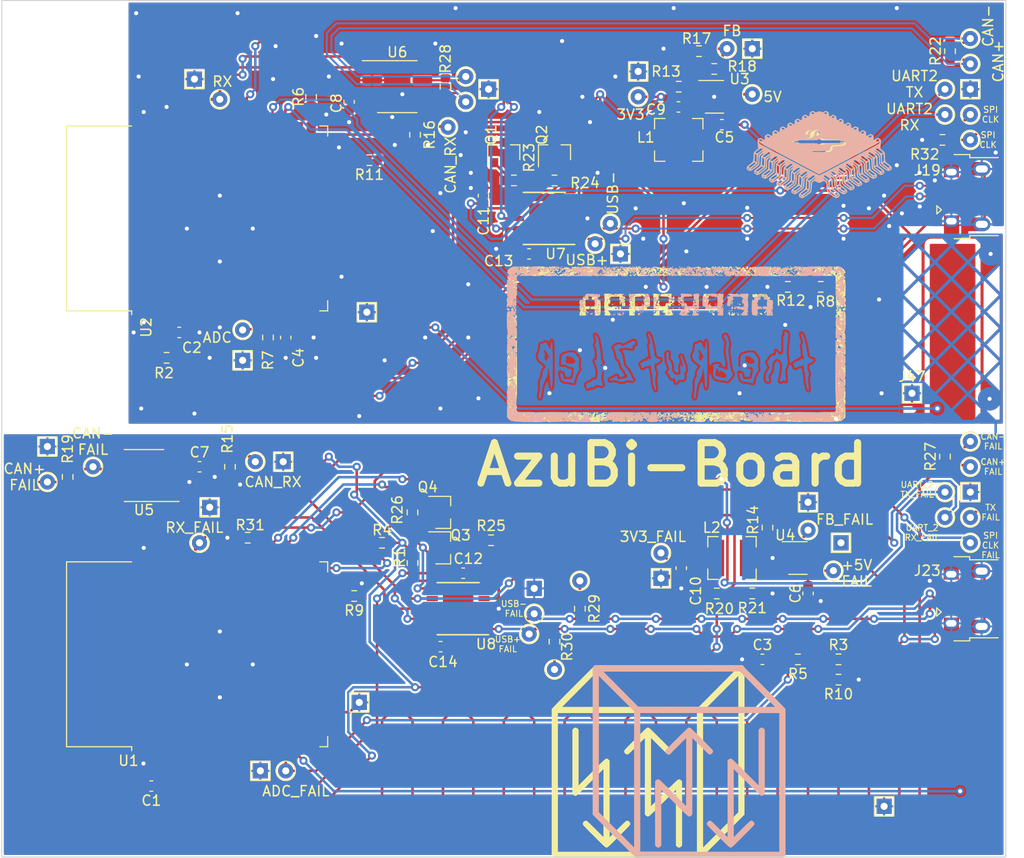
<source format=kicad_pcb>
(kicad_pcb (version 20210424) (generator pcbnew)
  (layers (0 "F.Cu" signal) (31 "B.Cu" signal) (34 "B.Paste" user) (35 "F.Paste" user) (36 "B.SilkS" user "B.Silkscreen") (37 "F.SilkS" user "F.Silkscreen") (38 "B.Mask" user) (39 "F.Mask" user) (44 "Edge.Cuts" user))
  (net 0 "")
  (net 1 "/EN_FAIL")
  (net 2 "GND")
  (net 3 "/EN")
  (net 4 "/ADC_FAIL")
  (net 5 "/ADC")
  (net 6 "+5V")
  (net 7 "+5F")
  (net 8 "+3V3")
  (net 9 "Net-(C13-Pad1)")
  (net 10 "Net-(C14-Pad1)")
  (net 11 "/RX_FAIL")
  (net 12 "/UART2_RX_FAIL")
  (net 13 "/UART2_TX_FAIL")
  (net 14 "/SPI_CLK_FAIL")
  (net 15 "/TX_FAIL")
  (net 16 "/UART2_RX")
  (net 17 "/UART2_TX")
  (net 18 "/SPI_CLK")
  (net 19 "Net-(J13-Pad1)")
  (net 20 "/TX")
  (net 21 "Net-(J15-Pad1)")
  (net 22 "/RX")
  (net 23 "Net-(J18-Pad1)")
  (net 24 "/USB-")
  (net 25 "/USB+")
  (net 27 "/USB-_FAIL")
  (net 28 "/USB+_FAIL")
  (net 30 "Net-(L1-Pad1)")
  (net 31 "Net-(L2-Pad1)")
  (net 32 "Net-(Q1-Pad1)")
  (net 33 "Net-(Q1-Pad2)")
  (net 34 "Net-(Q2-Pad1)")
  (net 35 "Net-(Q2-Pad2)")
  (net 36 "/IO0")
  (net 37 "Net-(Q3-Pad1)")
  (net 38 "Net-(Q3-Pad2)")
  (net 39 "Net-(Q4-Pad1)")
  (net 40 "Net-(Q4-Pad2)")
  (net 41 "/IO0_FAIL")
  (net 42 "Net-(R10-Pad2)")
  (net 43 "Net-(R12-Pad2)")
  (net 44 "Net-(R9-Pad2)")
  (net 45 "Net-(R11-Pad2)")
  (net 46 "Net-(R14-Pad1)")
  (net 47 "Net-(J43-Pad1)")
  (net 56 "/CAP_TOUCH_FAIL")
  (net 81 "/CAP_TOUCH")
  (net 106 "/CAN+_FAIL")
  (net 107 "/CAN-_FAIL")
  (net 108 "/CAN+")
  (net 109 "/CAN-")
  (net 110 "Net-(J44-Pad1)")
  (net 111 "Net-(J45-Pad1)")
  (net 112 "Net-(U3-Pad1)")
  (footprint "TestPoint:TestPoint_THTPad_D1.5mm_Drill0.7mm" (layer "F.Cu") (at 187 82.75)
    (fp_text reference "J14" hide)
    (fp_text value "Conn_01x01")
  )
  (footprint "Capacitor_SMD:C_0603_1608Metric" (layer "F.Cu") (at 137 128)
    (fp_text reference "C12")
    (fp_text value "100n")
  )
  (footprint "TestPoint:TestPoint_THTPad_D1.5mm_Drill0.7mm" (layer "F.Cu") (at 144 132)
    (fp_text reference "J29" hide)
    (fp_text value "Conn_01x01")
  )
  (footprint "Resistor_SMD:R_0603_1608Metric" (layer "F.Cu") (at 185 76.5 90)
    (fp_text reference "R22")
    (fp_text value "120")
  )
  (footprint "TestPoint:TestPoint_THTPad_D1.5mm_Drill0.7mm" (layer "F.Cu") (at 146 137.5)
    (fp_text reference "J45" hide)
    (fp_text value "Conn_01x01")
  )
  (footprint "TestPoint:TestPoint_THTPad_1.5x1.5mm_Drill0.7mm" (layer "F.Cu") (at 110.5 79.25)
    (fp_text reference "J48" hide)
    (fp_text value "Conn_01x01")
  )
  (footprint "Resistor_SMD:R_0603_1608Metric" (layer "F.Cu") (at 142 89.25)
    (fp_text reference "R23")
    (fp_text value "4K7")
  )
  (footprint "Resistor_SMD:R_0603_1608Metric" (layer "F.Cu") (at 132.25 84.75 -90)
    (fp_text reference "R16")
    (fp_text value "4K7")
  )
  (footprint "TestPoint:TestPoint_THTPad_D1.5mm_Drill0.7mm" (layer "F.Cu") (at 148.5 128.75)
    (fp_text reference "J44" hide)
    (fp_text value "Conn_01x01")
  )
  (footprint "" (layer "F.Cu") (at 144 129.5)
    (fp_text reference "")
    (fp_text value "")
  )
  (footprint "Resistor_SMD:R_0603_1608Metric" (layer "F.Cu") (at 161.75 78.25)
    (fp_text reference "R18")
    (fp_text value "100K")
  )
  (footprint "Resistor_SMD:R_0603_1608Metric" (layer "F.Cu") (at 129 125 180)
    (fp_text reference "R4")
    (fp_text value "4K7")
  )
  (footprint "Resistor_SMD:R_0603_1608Metric" (layer "F.Cu") (at 167 123.5 90)
    (fp_text reference "R14")
    (fp_text value "4K7")
  )
  (footprint "TestPoint:TestPoint_THTPad_D1.5mm_Drill0.7mm" (layer "F.Cu") (at 111 125)
    (fp_text reference "J3" hide)
    (fp_text value "Conn_01x01")
  )
  (footprint "Package_TO_SOT_SMD:SOT-23" (layer "F.Cu") (at 146 86.5 90)
    (fp_text reference "Q2")
    (fp_text value "Q_NPN_BEC")
  )
  (footprint "Capacitor_SMD:C_0603_1608Metric" (layer "F.Cu") (at 171 130 -90)
    (fp_text reference "C6")
    (fp_text value "4µ7")
  )
  (footprint "TestPoint:TestPoint_THTPad_D1.5mm_Drill0.7mm" (layer "F.Cu") (at 116.5 117)
    (fp_text reference "J13" hide)
    (fp_text value "Conn_01x01")
  )
  (footprint "Resistor_SMD:R_0603_1608Metric" (layer "F.Cu") (at 160.25 76.5)
    (fp_text reference "R17")
    (fp_text value "430K")
  )
  (footprint "Capacitor_SMD:C_0603_1608Metric" (layer "F.Cu") (at 109 104.25)
    (fp_text reference "C2")
    (fp_text value "10n")
  )
  (footprint "TestPoint:TestPoint_THTPad_1.5x1.5mm_Drill0.7mm" (layer "F.Cu") (at 154.25 78.5)
    (fp_text reference "J54" hide)
    (fp_text value "Conn_01x01")
  )
  (footprint "Resistor_SMD:R_0603_1608Metric" (layer "F.Cu") (at 184.25 85.25 180)
    (fp_text reference "R32")
    (fp_text value "4K7")
  )
  (footprint "TestPoint:TestPoint_THTPad_1.5x1.5mm_Drill0.7mm" (layer "F.Cu") (at 152.5 96.5)
    (fp_text reference "J36" hide)
    (fp_text value "Conn_01x01")
  )
  (footprint "TestPoint:TestPoint_THTPad_1.5x1.5mm_Drill0.7mm" (layer "F.Cu") (at 96 115.5)
    (fp_text reference "J42" hide)
    (fp_text value "Conn_01x01")
  )
  (footprint "TestPoint:TestPoint_THTPad_D1.5mm_Drill0.7mm" (layer "F.Cu") (at 187 85.25)
    (fp_text reference "J12" hide)
    (fp_text value "Conn_01x01")
  )
  (footprint "Resistor_SMD:R_0603_1608Metric" (layer "F.Cu") (at 169 99.75)
    (fp_text reference "R12")
    (fp_text value "100K")
  )
  (footprint "TestPoint:TestPoint_THTPad_D1.5mm_Drill0.7mm" (layer "F.Cu") (at 137.25 81.5)
    (fp_text reference "J25" hide)
    (fp_text value "Conn_01x01")
  )
  (footprint "TestPoint:TestPoint_THTPad_D1.5mm_Drill0.7mm" (layer "F.Cu") (at 150 95.5)
    (fp_text reference "J26" hide)
    (fp_text value "Conn_01x01")
  )
  (footprint "Capacitor_SMD:C_0603_1608Metric" (layer "F.Cu") (at 119.5 104.75 90)
    (fp_text reference "C4")
    (fp_text value "10n")
  )
  (footprint "Resistor_SMD:R_0603_1608Metric" (layer "F.Cu") (at 162 130)
    (fp_text reference "R20")
    (fp_text value "430K")
  )
  (footprint "Package_TO_SOT_SMD:SOT-23-6" (layer "F.Cu") (at 161.775 81)
    (fp_text reference "U3")
    (fp_text value "MT3420C")
  )
  (footprint "Inductor_SMD:L_Bourns-SRN4018" (layer "F.Cu") (at 163.5 126.5 180)
    (fp_text reference "L2")
    (fp_text value "10µ")
  )
  (footprint "RF_Module:ESP32-WROOM-32" (layer "F.Cu") (at 113.755 136 90)
    (fp_text reference "U1")
    (fp_text value "ESP32-WROOM-32")
  )
  (footprint "Package_TO_SOT_SMD:SOT-23-6" (layer "F.Cu") (at 170 126.5)
    (fp_text reference "U4")
    (fp_text value "MT3420C")
  )
  (footprint "TestPoint:TestPoint_THTPad_D1.5mm_Drill0.7mm" (layer "F.Cu") (at 143.5 134)
    (fp_text reference "J28" hide)
    (fp_text value "Conn_01x01")
  )
  (footprint "TestPoint:TestPoint_THTPad_D1.5mm_Drill0.7mm" (layer "F.Cu") (at 187 75.25)
    (fp_text reference "J33" hide)
    (fp_text value "Conn_01x01")
  )
  (footprint "TestPoint:TestPoint_THTPad_D1.5mm_Drill0.7mm" (layer "F.Cu") (at 184.5 82.75)
    (fp_text reference "J10" hide)
    (fp_text value "Conn_01x01")
  )
  (footprint "Resistor_SMD:R_0603_1608Metric" (layer "F.Cu") (at 184.5 116.5 90)
    (fp_text reference "R27")
    (fp_text value "120")
  )
  (footprint "Package_SO:SOIC-8_3.9x4.9mm_P1.27mm" (layer "F.Cu") (at 130.5 80)
    (fp_text reference "U6")
    (fp_text value "TCAN330")
  )
  (footprint "TestPoint:TestPoint_THTPad_D1.5mm_Drill0.7mm" (layer "F.Cu") (at 115.25 104)
    (fp_text reference "J2" hide)
    (fp_text value "Conn_01x01")
  )
  (footprint "Resistor_SMD:R_0603_1608Metric" (layer "F.Cu") (at 148.5 131.5 -90)
    (fp_text reference "R29")
    (fp_text value "4K7")
  )
  (footprint "Resistor_SMD:R_0603_1608Metric" (layer "F.Cu") (at 132 122 -90)
    (fp_text reference "R26")
    (fp_text value "4K7")
  )
  (footprint "TestPoint:TestPoint_THTPad_1.5x1.5mm_Drill0.7mm" (layer "F.Cu") (at 139.5 80.25)
    (fp_text reference "J53" hide)
    (fp_text value "Conn_01x01")
  )
  (footprint "TestPoint:TestPoint_THTPad_D1.5mm_Drill0.7mm" (layer "F.Cu") (at 187 77.75)
    (fp_text reference "J32" hide)
    (fp_text value "Conn_01x01")
  )
  (footprint "TestPoint:TestPoint_THTPad_1.5x1.5mm_Drill0.7mm" (layer "F.Cu") (at 187 80.25)
    (fp_text reference "J39" hide)
    (fp_text value "Conn_01x01")
  )
  (footprint "Resistor_SMD:R_0603_1608Metric" (layer "F.Cu") (at 170 136.5 180)
    (fp_text reference "R5")
    (fp_text value "100K")
  )
  (footprint "Resistor_SMD:R_0603_1608Metric" (layer "F.Cu") (at 115.75 124.5 180)
    (fp_text reference "R31")
    (fp_text value "4K7")
  )
  (footprint "Package_SO:SOIC-8_3.9x4.9mm_P1.27mm" (layer "F.Cu") (at 105.525 118.365 180)
    (fp_text reference "U5")
    (fp_text value "TCAN330")
  )
  (footprint "TestPoint:TestPoint_THTPad_1.5x1.5mm_Drill0.7mm" (layer "F.Cu") (at 115.25 107)
    (fp_text reference "J37" hide)
    (fp_text value "Conn_01x01")
  )
  (footprint "TestPoint:TestPoint_THTPad_1.5x1.5mm_Drill0.7mm" (layer "F.Cu") (at 178.5 151)
    (fp_text reference "J51" hide)
    (fp_text value "Conn_01x01")
  )
  (footprint "TestPoint:TestPoint_THTPad_D1.5mm_Drill0.7mm" (layer "F.Cu") (at 173.5 127.75)
    (fp_text reference "J8" hide)
    (fp_text value "Conn_01x01")
  )
  (footprint "TestPoint:TestPoint_THTPad_D1.5mm_Drill0.7mm" (layer "F.Cu") (at 151.5 93.5)
    (fp_text reference "J27" hide)
    (fp_text value "Conn_01x01")
  )
  (footprint "Capacitor_SMD:C_0603_1608Metric" (layer "F.Cu") (at 139 90.75 90)
    (fp_text reference "C11")
    (fp_text value "100n")
  )
  (footprint "Capacitor_SMD:C_0603_1608Metric" (layer "F.Cu") (at 166.5 136.5)
    (fp_text reference "C3")
    (fp_text value "10n")
  )
  (footprint "Package_TO_SOT_SMD:SOT-23" (layer "F.Cu") (at 135 122)
    (fp_text reference "Q4")
    (fp_text value "Q_NPN_BEC")
  )
  (footprint "TestPoint:TestPoint_THTPad_1.5x1.5mm_Drill0.7mm" (layer "F.Cu") (at 171 121)
    (fp_text reference "J35" hide)
    (fp_text value "Conn_01x01")
  )
  (footprint "Capacitor_SMD:C_0603_1608Metric" (layer "F.Cu") (at 106.25 149 180)
    (fp_text reference "C1")
    (fp_text value "10n")
  )
  (footprint "Resistor_SMD:R_0603_1608Metric" (layer "F.Cu") (at 126.25 130.25 180)
    (fp_text reference "R9")
    (fp_text value "4K7")
  )
  (footprint "Capacitor_SMD:C_0603_1608Metric" (layer "F.Cu") (at 162.5 83.75 180)
    (fp_text reference "C5")
    (fp_text value "4µ7")
  )
  (footprint "TestPoint:TestPoint_THTPad_D1.5mm_Drill0.7mm" (layer "F.Cu") (at 171 123.75)
    (fp_text reference "J18" hide)
    (fp_text value "Conn_01x01")
  )
  (footprint "TestPoint:TestPoint_THTPad_D1.5mm_Drill0.7mm" (layer "F.Cu") (at 154.25 81)
    (fp_text reference "J17" hide)
    (fp_text value "Conn_01x01")
  )
  (footprint "TestPoint:TestPoint_THTPad_D1.5mm_Drill0.7mm" (layer "F.Cu") (at 156.5 126)
    (fp_text reference "J22" hide)
    (fp_text value "Conn_01x01")
  )
  (footprint "TestPoint:TestPoint_THTPad_1.5x1.5mm_Drill0.7mm" (layer "F.Cu") (at 156.5 128.5)
    (fp_text reference "J41" hide)
    (fp_text value "Conn_01x01")
  )
  (footprint "TestPoint:TestPoint_THTPad_D1.5mm_Drill0.7mm" (layer "F.Cu") (at 184.5 80.25)
    (fp_text reference "J11" hide)
    (fp_text value "Conn_01x01")
  )
  (footprint "Connector_USB:USB_Micro-B_Amphenol_10103594-0001LF_Horizontal" (layer "F.Cu") (at 187 130.5 90)
    (fp_text reference "J23")
    (fp_text value "USB_B_Micro")
  )
  (footprint "Resistor_SMD:R_0603_1608Metric" (layer "F.Cu") (at 135.25 80 -90)
    (fp_text reference "R28")
    (fp_text value "120")
  )
  (footprint "TestPoint:TestPoint_THTPad_D1.5mm_Drill0.7mm" (layer "F.Cu") (at 184.5 120)
    (fp_text reference "J6" hide)
    (fp_text value "Conn_01x01")
  )
  (footprint "TestPoint:TestPoint_THTPad_1.5x1.5mm_Drill0.7mm" (layer "F.Cu") (at 117 147.5)
    (fp_text reference "J34" hide)
    (fp_text value "Conn_01x01")
  )
  (footprint "TestPoint:TestPoint_THTPad_D1.5mm_Drill0.7mm" (layer "F.Cu") (at 96 119)
    (fp_text reference "J20" hide)
    (fp_text value "Conn_01x01")
  )
  (footprint "TestPoint:TestPoint_THTPad_D1.5mm_Drill0.7mm" (layer "F.Cu") (at 113 81.25)
    (fp_text reference "J16" hide)
    (fp_text value "Conn_01x01")
  )
  (footprint "Resistor_SMD:R_0603_1608Metric" (layer "F.Cu") (at 158.25 80 180)
    (fp_text reference "R13")
    (fp_text value "4K7")
  )
  (footprint "Resistor_SMD:R_0603_1608Metric" (layer "F.Cu") (at 174 136.5)
    (fp_text reference "R3")
    (fp_text value "100K")
  )
  (footprint "Capacitor_SMD:C_0603_1608Metric" (layer "F.Cu") (at 143.5 96.5)
    (fp_text reference "C13")
    (fp_text value "100n")
  )
  (footprint "TestPoint:TestPoint_THTPad_D1.5mm_Drill0.7mm" (layer "F.Cu") (at 137.25 79)
    (fp_text reference "J24" hide)
    (fp_text value "Conn_01x01")
  )
  (footprint "TestPoint:TestPoint_THTPad_D1.5mm_Drill0.7mm" (layer "F.Cu") (at 187 122.5)
    (fp_text reference "J9" hide)
    (fp_text value "Conn_01x01")
  )
  (footprint "Resistor_SMD:R_0603_1608Metric" (layer "F.Cu") (at 165.5 130 180)
    (fp_text reference "R21")
    (fp_text value "100K")
  )
  (footprint "Package_TO_SOT_SMD:SOT-23" (layer "F.Cu") (at 135 125.5)
    (fp_text reference "Q3")
    (fp_text value "Q_NPN_BEC")
  )
  (footprint "Package_SO:SSOP-10_EP1_3.9x4.9mm_P1.00mm" (layer "F.Cu") (at 145 93 180)
    (fp_text reference "U7")
    (fp_text value "CH340K")
  )
  (footprint "TheBrutzlers_Lib:Platinenmacher_14" (layer "F.Cu") (at 172.1 86.7)
    (fp_text reference "G***" hide)
    (fp_text value "LOGO" hide)
  )
  (footprint "Package_SO:SSOP-10_EP1_3.9x4.9mm_P1.00mm" (layer "F.Cu") (at 136.5 131.5 180)
    (fp_text reference "U8")
    (fp_text value "CH340K")
  )
  (footprint "Capacitor_SMD:C_0603_1608Metric" (layer "F.Cu") (at 158.225 82)
    (fp_text reference "C9")
    (fp_text value "4µ7")
  )
  (footprint "Inductor_SMD:L_Bourns-SRN4018" (layer "F.Cu") (at 158.25 85.25 180)
    (fp_text reference "L1")
    (fp_text value "10µ")
  )
  (footprint "TestPoint:TestPoint_THTPad_1.5x1.5mm_Drill0.7mm" (layer "F.Cu") (at 174.25 125)
    (fp_text reference "J35" hide)
    (fp_text value "Conn_01x01")
  )
  (footprint "TestPoint:TestPoint_THTPad_D1.5mm_Drill0.7mm" (layer "F.Cu") (at 119.5 147.5)
    (fp_text reference "J1" hide)
    (fp_text value "Conn_01x01")
  )
  (footprint "TestPoint:TestPoint_THTPad_1.5x1.5mm_Drill0.7mm" (layer "F.Cu") (at 127.5 102.25)
    (fp_text reference "J52" hide)
    (fp_text value "Conn_01x01")
  )
  (footprint "Capacitor_SMD:C_0603_1608Metric" (layer "F.Cu") (at 111 117.5)
    (fp_text reference "C7")
    (fp_text value "100n")
  )
  (footprint "TestPoint:TestPoint_THTPad_D1.5mm_Drill0.7mm" (layer "F.Cu") (at 163 76.25)
    (fp_text reference "J43" hide)
    (fp_text value "Conn_01x01")
  )
  (footprint "Resistor_SMD:R_0603_1608Metric" (layer "F.Cu") (at 127.75 87.25 180)
    (fp_text reference "R11")
    (fp_text value "4K7")
  )
  (footprint "Resistor_SMD:R_0603_1608Metric" (layer "F.Cu") (at 139.75 124.75)
    (fp_text reference "R25")
    (fp_text value "4K7")
  )
  (footprint "Resistor_SMD:R_0603_1608Metric" (layer "F.Cu") (at 98 118.5 90)
    (fp_text reference "R19")
    (fp_text value "120")
  )
  (footprint "TheBrutzlers_Lib:Symbol_kurzschlussblog_20mm" (layer "F.Cu") (at 155.2 146.7)
    (fp_text reference "G***" hide)
    (fp_text value "LOGO" hide)
  )
  (footprint "TestPoint:TestPoint_THTPad_1.5x1.5mm_Drill0.7mm" (layer "F.Cu") (at 165.5 76.25)
    (fp_text reference "J46" hide)
    (fp_text value "Conn_01x01")
  )
  (footprint "Package_TO_SOT_SMD:SOT-23" (layer "F.Cu") (at 141 86.5 90)
    (fp_text reference "Q1")
    (fp_text value "Q_NPN_BEC")
  )
  (footprint "Resistor_SMD:R_0603_1608Metric" (layer "F.Cu") (at 174 138.5 180)
    (fp_text reference "R10")
    (fp_text value "100K")
  )
  (footprint "TestPoint:TestPoint_THTPad_D1.5mm_Drill0.7mm" (layer "F.Cu") (at 184.5 122.5)
    (fp_text reference "J5" hide)
    (fp_text value "Conn_01x01")
  )
  (footprint "Capacitor_SMD:C_0603_1608Metric" (layer "F.Cu") (at 125.75 81.5 -90)
    (fp_text reference "C8")
    (fp_text value "100n")
  )
  (footprint "Resistor_SMD:R_0603_1608Metric" (layer "F.Cu") (at 122 81 -90)
    (fp_text reference "R6")
    (fp_text value "4K7")
  )
  (footprint "TestPoint:TestPoint_THTPad_D1.5mm_Drill0.7mm" (layer "F.Cu") (at 187 115)
    (fp_text reference "J31" hide)
    (fp_text value "Conn_01x01")
  )
  (footprint "Resistor_SMD:R_0603_1608Metric" (layer "F.Cu") (at 107.75 106.75)
    (fp_text reference "R2")
    (fp_text value "4K7")
  )
  (footprint "RF_Module:ESP32-WROOM-32" (layer "F.Cu") (at 113.755 93 90)
    (fp_text reference "U2")
    (fp_text value "ESP32-WROOM-32")
  )
  (footprint "TestPoint:TestPoint_THTPad_D1.5mm_Drill0.7mm" (layer "F.Cu") (at 187 117.5)
    (fp_text reference "J30" hide)
    (fp_text value "Conn_01x01")
  )
  (footprint "TestPoint:TestPoint_THTPad_1.5x1.5mm_Drill0.7mm" (layer "F.Cu") (at 181.25 110.25)
    (fp_text reference "J47")
    (fp_text value "Conn_01x01")
  )
  (footprint "TestPoint:TestPoint_THTPad_D1.5mm_Drill0.7mm" (layer "F.Cu") (at 135.5 84)
    (fp_text reference "J15" hide)
    (fp_text value "Conn_01x01")
  )
  (footprint "Connector_USB:USB_Micro-B_Amphenol_10103594-0001LF_Horizontal" (layer "F.Cu") (at 187.015 90.825 90)
    (fp_text reference "J19")
    (fp_text value "USB_B_Micro")
  )
  (footprint "Capacitor_SMD:C_0603_1608Metric" (layer "F.Cu") (at 158.5 127.5 -90)
    (fp_text reference "C10")
    (fp_text value "4µ7")
  )
  (footprint "TestPoint:TestPoint_THTPad_D1.5mm_Drill0.7mm" (layer "F.Cu") (at 100.5 117.5)
    (fp_text reference "J21" hide)
    (fp_text value "Conn_01x01")
  )
  (footprint "Resistor_SMD:R_0603_1608Metric" (layer "F.Cu") (at 132 127 -90)
    (fp_text reference "R1")
    (fp_text value "4K7")
  )
  (footprint "TestPoint:TestPoint_THTPad_1.5x1.5mm_Drill0.7mm" (layer "F.Cu") (at 187 120)
    (fp_text reference "J40" hide)
    (fp_text value "Conn_01x01")
  )
  (footprint "Resistor_SMD:R_0603_1608Metric" (layer "F.Cu") (at 114 117.5 -90)
    (fp_text reference "R15")
    (fp_text value "4K7")
  )
  (footprint "TestPoint:TestPoint_THTPad_1.5x1.5mm_Drill0.7mm" (layer "F.Cu") (at 126.75 140.75)
    (fp_text reference "J50" hide)
    (fp_text value "Conn_01x01")
  )
  (footprint "TestPoint:TestPoint_THTPad_1.5x1.5mm_Drill0.7mm" (layer "F.Cu") (at 112 121.5)
    (fp_text reference "J38" hide)
    (fp_text value "Conn_01x01")
  )
  (footprint "TestPoint:TestPoint_THTPad_D1.5mm_Drill0.7mm" (layer "F.Cu") (at 165.5 80.75)
    (fp_text reference "J4" hide)
    (fp_text value "Conn_01x01")
  )
  (footprint "TheBrutzlers_Lib:thebrutzler_approved_small02" (layer "F.Cu") (at 158 105.4)
    (fp_text reference "G***" hide)
    (fp_text value "LOGO" hide)
  )
  (footprint "TestPoint:TestPoint_THTPad_1.5x1.5mm_Drill0.7mm" (layer "F.Cu") (at 119.25 117)
    (fp_text reference "J49" hide)
    (fp_text value "Conn_01x01")
  )
  (footprint "Resistor_SMD:R_0603_1608Metric" (layer "F.Cu") (at 146 134.75 90)
    (fp_text reference "R30")
    (fp_text value "4K7")
  )
  (footprint "Resistor_SMD:R_0603_1608Metric" (layer "F.Cu") (at 117.75 104.75 90)
    (fp_text reference "R7")
    (fp_text value "100K")
  )
  (footprint "TestPoint:TestPoint_THTPad_D1.5mm_Drill0.7mm" (layer "F.Cu") (at 187 125)
    (fp_text reference "J7" hide)
    (fp_text value "Conn_01x01")
  )
  (footprint "Resistor_SMD:R_0603_1608Metric" (layer "F.Cu") (at 172.25 99.75)
    (fp_text reference "R8")
    (fp_text value "100K")
  )
  (footprint "Resistor_SMD:R_0603_1608Metric" (layer "F.Cu") (at 146 89.25)
    (fp_text reference "R24")
    (fp_text value "4K7")
  )
  (footprint "Capacitor_SMD:C_0603_1608Metric" (layer "F.Cu") (at 134.775 135.25)
    (fp_text reference "C14")
    (fp_text value "100n")
  )
  (footprint "TheBrutzlers_Lib:Symbol_kurzschlussblog_20mm" (layer "B.Cu") (at 159.3 146.7 180)
    (fp_text reference "G***" hide)
    (fp_text value "LOGO" hide)
  )
  (footprint "TheBrutzlers_Lib:Platinenmacher_14" (layer "B.Cu") (at 172.1 86.7 180)
    (fp_text reference "G***" hide)
    (fp_text value "LOGO" hide)
  )
  (footprint "TheBrutzlers_Lib:thebrutzler_approved_small02" (layer "B.Cu") (at 158 105.4 180)
    (fp_text reference "G***" hide)
    (fp_text value "LOGO" hide)
  )
  (gr_line (start 91.5 71.5) (end 190.5 71.5) (layer "Edge.Cuts") (width 0.1))
  (gr_line (start 190.5 71.5) (end 190.5 156) (layer "Edge.Cuts") (width 0.1))
  (gr_line (start 91.5 156) (end 91.5 71.5) (layer "Edge.Cuts") (width 0.1))
  (gr_line (start 190.5 156) (end 91.5 156) (layer "Edge.Cuts") (width 0.1))
  (gr_text "UART_2\nTX_FAIL" (at 181.75 119.75) (layer "F.SilkS") (effects (font (size 0.6 0.6) (thickness 0.1))))
  (gr_text "5V" (at 167.5 81) (layer "F.SilkS") (effects (font (size 1 1))))
  (gr_text "AzuBi-Board" (at 157.6 117.3) (layer "F.SilkS") (effects (font (size 4 4) (thickness 0.7))))
  (gr_text "CAN+\nFAIL\n" (at 93.75 118.5) (layer "F.SilkS") (effects (font (size 1 1))))
  (gr_text "FB_FAIL" (at 174.6 122.7) (layer "F.SilkS") (effects (font (size 1 1))))
  (gr_text "FB" (at 163.5 74.5) (layer "F.SilkS") (effects (font (size 1 1))))
  (gr_text "CAN-\nFAIL\n" (at 189.25 115) (layer "F.SilkS") (effects (font (size 0.6 0.6) (thickness 0.1))))
  (gr_text "3V3" (at 153.5 82.75) (layer "F.SilkS") (effects (font (size 1 1))))
  (gr_text "UART2\nRX" (at 181 83) (layer "F.SilkS") (effects (font (size 1 1))))
  (gr_text "USB-\nFAIL" (at 142 131.5) (layer "F.SilkS") (effects (font (size 0.6 0.6) (thickness 0.1))))
  (gr_text "CAN-" (at 188.75 74 90) (layer "F.SilkS") (effects (font (size 1 1))))
  (gr_text "USB+" (at 149.2 97.1) (layer "F.SilkS") (effects (font (size 1 1))))
  (gr_text "UART2\nTX" (at 181.5 79.75) (layer "F.SilkS") (effects (font (size 1 1))))
  (gr_text "CAN-\nFAIL" (at 100.5 115) (layer "F.SilkS") (effects (font (size 1 1))))
  (gr_text "3V3_FAIL\n" (at 155.7 124.4) (layer "F.SilkS") (effects (font (size 1 1))))
  (gr_text "SPI\nCLK\nFAIL\n" (at 189 125.25) (layer "F.SilkS") (effects (font (size 0.6 0.6) (thickness 0.1))))
  (gr_text "ADC" (at 112.75 104.75) (layer "F.SilkS") (effects (font (size 1 1))))
  (gr_text "TX\nFAIL\n" (at 189 122) (layer "F.SilkS") (effects (font (size 0.6 0.6) (thickness 0.1))))
  (gr_text "CAN_RX" (at 135.75 87.75 90) (layer "F.SilkS") (effects (font (size 1 1))))
  (gr_text "RX_FAIL" (at 110.5 123.5) (layer "F.SilkS") (effects (font (size 1 1))))
  (gr_text "SPI\nCLK\n" (at 189 82.75) (layer "F.SilkS") (effects (font (size 0.6 0.6) (thickness 0.1))))
  (gr_text "ADC_FAIL" (at 120.5 149.5) (layer "F.SilkS") (effects (font (size 1 1))))
  (gr_text "UART_2\nRX_FAIL" (at 182.25 124) (layer "F.SilkS") (effects (font (size 0.6 0.6) (thickness 0.1))))
  (gr_text "RX" (at 113.25 79.5) (layer "F.SilkS") (effects (font (size 1 1))))
  (gr_text "CAN+" (at 189.75 77.5 90) (layer "F.SilkS") (effects (font (size 1 1))))
  (gr_text "USB+\nFAIL" (at 141.4 135) (layer "F.SilkS") (effects (font (size 0.6 0.6) (thickness 0.1))))
  (gr_text "+5V\nFAIL" (at 175.8 128) (layer "F.SilkS") (effects (font (size 1 1))))
  (gr_text "SPI\nCLK\n" (at 188.75 85.25) (layer "F.SilkS") (effects (font (size 0.6 0.6) (thickness 0.1))))
  (gr_text "USB-" (at 151.75 90.5 90) (layer "F.SilkS") (effects (font (size 1 1))))
  (gr_text "CAN_RX" (at 118.25 119) (layer "F.SilkS") (effects (font (size 1 1))))
  (gr_text "CAN+\nFAIL\n" (at 189.25 117.5) (layer "F.SilkS") (effects (font (size 0.6 0.6) (thickness 0.1))))
  (segment (start 136 125.5) (end 136 126.15) (width 0.25) (layer "F.Cu") (net 1))
  (segment (start 134.15 128) (end 131 128) (width 0.25) (layer "F.Cu") (net 1))
  (segment (start 131.825 128) (end 132 127.825) (width 0.25) (layer "F.Cu") (net 1))
  (segment (start 107.025 149) (end 108.25 147.775) (width 0.25) (layer "F.Cu") (net 1))
  (segment (start 110.5 150) (end 108.25 147.75) (width 0.25) (layer "F.Cu") (net 1))
  (segment (start 108.25 147.775) (end 108.25 147.75) (width 0.25) (layer "F.Cu") (net 1))
  (segment (start 108.25 147.75) (end 108.04 147.54) (width 0.25) (layer "F.Cu") (net 1))
  (segment (start 131 128) (end 131.825 128) (width 0.25) (layer "F.Cu") (net 1))
  (segment (start 108.04 147.54) (end 108.04 144.5) (width 0.25) (layer "F.Cu") (net 1))
  (segment (start 128.5 130.5) (end 128.5 143) (width 0.25) (layer "F.Cu") (net 1))
  (segment (start 121.5 150) (end 110.5 150) (width 0.25) (layer "F.Cu") (net 1))
  (segment (start 128.5 143) (end 121.5 150) (width 0.25) (layer "F.Cu") (net 1))
  (segment (start 136 126.15) (end 134.15 128) (width 0.25) (layer "F.Cu") (net 1))
  (via (at 131 128) (size 0.8) (drill 0.4) (layers "F.Cu" "B.Cu") (net 1))
  (via (at 128.5 130.5) (size 0.8) (drill 0.4) (layers "F.Cu" "B.Cu") (net 1))
  (segment (start 131 128) (end 128.5 130.5) (width 0.25) (layer "B.Cu") (net 1))
  (segment (start 105.5 84.5) (end 105.5 82.5) (width 0.25) (layer "F.Cu") (net 2))
  (segment (start 127.075 130.25) (end 127.075 129.075) (width 0.25) (layer "F.Cu") (net 2))
  (segment (start 139.05 131.5) (end 140.5 131.5) (width 0.25) (layer "F.Cu") (net 2))
  (segment (start 105.475 144.525) (end 105.5 144.5) (width 0.25) (layer "F.Cu") (net 2))
  (segment (start 105.475 149) (end 105.475 146.775) (width 0.25) (layer "F.Cu") (net 2))
  (segment (start 183.8 89.55) (end 183.5 89.25) (width 0.25) (layer "F.Cu") (net 2))
  (segment (start 135.55 135.25) (end 135.55 132.45) (width 0.25) (layer "F.Cu") (net 2))
  (segment (start 139 89.975) (end 137.775 89.975) (width 0.25) (layer "F.Cu") (net 2))
  (segment (start 113 94) (end 113 90.75) (width 0.25) (layer "F.Cu") (net 2))
  (segment (start 112.5 118.5) (end 111.775 117.775) (width 0.25) (layer "F.Cu") (net 2))
  (segment (start 113 137) (end 113 133.75) (width 0.25) (layer "F.Cu") (net 2))
  (segment (start 113 137) (end 113 140.25) (width 0.25) (layer "F.Cu") (net 2))
  (segment (start 188.385 132.985) (end 188.115 133.255) (width 0.25) (layer "F.Cu") (net 2))
  (segment (start 188.4 93.31) (end 188.13 93.58) (width 0.25) (layer "F.Cu") (net 2))
  (segment (start 119.5 105.525) (end 119.5 106.75) (width 0.25) (layer "F.Cu") (net 2))
  (segment (start 188.385 129.565) (end 188.385 128.065) (width 0.25) (layer "F.Cu") (net 2))
  (segment (start 188.4 91.81) (end 188.4 93.31) (width 0.25) (layer "F.Cu") (net 2))
  (segment (start 165.725 136.5) (end 164.5 136.5) (width 0.25) (layer "F.Cu") (net 2))
  (segment (start 124.965 98.715) (end 125 98.75) (width 0.25) (layer "F.Cu") (net 2))
  (segment (start 160.925 78.25) (end 161.529511 78.854511) (width 0.25) (layer "F.Cu") (net 2))
  (segment (start 113 94) (end 109.75 94) (width 0.25) (layer "F.Cu") (net 2))
  (segment (start 188.385 128.065) (end 188.115 127.795) (width 0.25) (layer "F.Cu") (net 2))
  (segment (start 144.275 93.725) (end 145 93) (width 0.25) (layer "F.Cu") (net 2))
  (segment (start 158.5 128.275) (end 158.5 129.5) (width 0.25) (layer "F.Cu") (net 2))
  (segment (start 105.5 101.5) (end 105.5 103.25) (width 0.25) (layer "F.Cu") (net 2))
  (segment (start 185.235 129.225) (end 183.475 129.225) (width 0.25) (layer "F.Cu") (net 2))
  (segment (start 161.354022 80.75) (end 160.925 80.75) (width 0.25) (layer "F.Cu") (net 2))
  (segment (start 168.9 126.5) (end 167.5 126.5) (width 0.25) (layer "F.Cu") (net 2))
  (segment (start 105.5 144.5) (end 105.5 146.75) (width 0.25) (layer "F.Cu") (net 2))
  (segment (start 172.225 130.775) (end 172.25 130.75) (width 0.25) (layer "F.Cu") (net 2))
  (segment (start 160.675 81) (end 161.745498 81) (width 0.25) (layer "F.Cu") (net 2))
  (segment (start 105.5 127.5) (end 105.5 125.5) (width 0.25) (layer "F.Cu") (net 2))
  (segment (start 137.775 89.975) (end 137.75 90) (width 0.25) (layer "F.Cu") (net 2))
  (segment (start 183.425 85.25) (end 182.25 85.25) (width 0.25) (layer "F.Cu") (net 2))
  (segment (start 137.775 128) (end 137.775 130.225) (width 0.25) (layer "F.Cu") (net 2))
  (segment (start 188.4 89.89) (end 188.4 88.39) (width 0.25) (layer "F.Cu") (net 2))
  (segment (start 156.725 128.275) (end 156.5 128.5) (width 0.25) (layer "F.Cu") (net 2))
  (segment (start 147.55 93) (end 149.25 93) (width 0.25) (layer "F.Cu") (net 2))
  (segment (start 188.4 88.39) (end 188.13 88.12) (width 0.25) (layer "F.Cu") (net 2))
  (segment (start 105.475 146.775) (end 105.475 144.525) (width 0.25) (layer "F.Cu") (net 2))
  (segment (start 174.825 138.5) (end 176 138.5) (width 0.25) (layer "F.Cu") (net 2))
  (segment (start 109.775 104.25) (end 111 104.25) (width 0.25) (layer "F.Cu") (net 2))
  (segment (start 105.5 146.75) (end 105.475 146.775) (width 0.25) (layer "F.Cu") (net 2))
  (segment (start 108 119) (end 110 119) (width 0.25) (layer "F.Cu") (net 2))
  (segment (start 145 93) (end 147.55 93) (width 0.25) (layer "F.Cu") (net 2))
  (segment (start 123.01 141.715) (end 125.785 141.715) (width 0.25) (layer "F.Cu") (net 2))
  (segment (start 133.325 85.575) (end 133.5 85.75) (width 0.25) (layer "F.Cu") (net 2))
  (segment (start 125.75 82.275) (end 125.75 83.5) (width 0.25) (layer "F.Cu") (net 2))
  (segment (start 114.075 118.325) (end 115 119.25) (width 0.25) (layer "F.Cu") (net 2))
  (segment (start 127.075 129.075) (end 127 129) (width 0.25) (layer "F.Cu") (net 2))
  (segment (start 161.529511 78.854511) (end 161.529511 80.574511) (width 0.25) (layer "F.Cu") (net 2))
  (segment (start 113 137) (end 116.25 137) (width 0.25) (layer "F.Cu") (net 2))
  (segment (start 137.775 130.225) (end 136.5 131.5) (width 0.25) (layer "F.Cu") (net 2))
  (segment (start 160.925 80.75) (end 160.675 81) (width 0.25) (layer "F.Cu") (net 2))
  (segment (start 188.385 131.485) (end 188.385 132.985) (width 0.25) (layer "F.Cu") (net 2))
  (segment (start 132.25 85.575) (end 133.325 85.575) (width 0.25) (layer "F.Cu") (net 2))
  (segment (start 183.475 129.225) (end 183 128.75) (width 0.25) (layer "F.Cu") (net 2))
  (segment (start 168.175 99.75) (end 167 99.75) (width 0.25) (layer "F.Cu") (net 2))
  (segment (start 123.01 98.715) (end 124.965 98.715) (width 0.25) (layer "F.Cu") (net 2))
  (segment (start 113 94) (end 113 97.25) (width 0.25) (layer "F.Cu") (net 2))
  (segment (start 125.785 141.715) (end 126.75 140.75) (width 0.25) (layer "F.Cu") (net 2))
  (segment (start 111.775 117.775) (end 111.775 117.5) (width 0.25) (layer "F.Cu") (net 2))
  (segment (start 171 130.775) (end 172.225 130.775) (width 0.25) (layer "F.Cu") (net 2))
  (segment (start 158.5 128.275) (end 156.725 128.275) (width 0.25) (layer "F.Cu") (net 2))
  (segment (start 113 137) (end 109.75 137) (width 0.25) (layer "F.Cu") (net 2))
  (segment (start 161.529511 80.574511) (end 161.354022 80.75) (width 0.25) (layer "F.Cu") (net 2))
  (segment (start 144.275 96.5) (end 144.275 93.725) (width 0.25) (layer "F.Cu") (net 2))
  (segment (start 139.05 131.5) (end 136.5 131.5) (width 0.25) (layer "F.Cu") (net 2))
  (segment (start 114 118.325) (end 114.075 118.325) (width 0.25) (layer "F.Cu") (net 2))
  (segment (start 185.25 89.55) (end 183.8 89.55) (width 0.25) (layer "F.Cu") (net 2))
  (segment (start 135.55 132.45) (end 136.5 131.5) (width 0.25) (layer "F.Cu") (net 2))
  (segment (start 113 94) (end 116.25 94) (width 0.25) (layer "F.Cu") (net 2))
  (segment (start 114.925 124.5) (end 113.75 124.5) (width 0.25) (layer "F.Cu") (net 2))
  (segment (start 166.325 130) (end 167.5 130) (width 0.25) (layer "F.Cu") (net 2))
  (via (at 126.75 112.5) (size 0.8) (drill 0.4) (layers "F.Cu" "B.Cu") (net 2))
  (via (at 137.5 104.75) (size 0.8) (drill 0.4) (layers "F.Cu" "B.Cu") (net 2))
  (via (at 179.75 87.75) (size 0.8) (drill 0.4) (layers "F.Cu" "B.Cu") (net 2))
  (via (at 161.745498 81) (size 0.8) (drill 0.4) (layers "F.Cu" "B.Cu") (net 2))
  (via (at 122.5 75) (size 0.8) (drill 0.4) (layers "F.Cu" "B.Cu") (net 2))
  (via (at 110 119) (size 0.8) (drill 0.4) (layers "F.Cu" "B.Cu") (net 2))
  (via (at 182.015 91.825) (size 0.8) (drill 0.4) (layers "F.Cu" "B.Cu") (net 2))
  (via (at 113 97.25) (size 0.8) (drill 0.4) (layers "F.Cu" "B.Cu") (net 2))
  (via (at 105.5 103.25) (size 0.8) (drill 0.4) (layers "F.Cu" "B.Cu") (net 2))
  (via (at 182 88.5) (size 0.8) (drill 0.4) (layers "F.Cu" "B.Cu") (net 2))
  (via (at 149.5 83.5) (size 0.8) (drill 0.4) (layers "F.Cu" "B.Cu") (net 2))
  (via (at 155 99.75) (size 0.8) (drill 0.4) (layers "F.Cu" "B.Cu") (net 2))
  (via (at 134.25 75.75) (size 0.8) (drill 0.4) (layers "F.Cu" "B.Cu") (net 2))
  (via (at 140.25 96) (size 0.8) (drill 0.4) (layers "F.Cu" "B.Cu") (net 2))
  (via (at 145.5 110.25) (size 0.8) (drill 0.4) (layers "F.Cu" "B.Cu") (net 2))
  (via (at 178.25 110.25) (size 0.8) (drill 0.4) (layers "F.Cu" "B.Cu") (net 2))
  (via (at 129.25 107) (size 0.8) (drill 0.4) (layers "F.Cu" "B.Cu") (net 2))
  (via (at 113 90.75) (size 0.8) (drill 0.4) (layers "F.Cu" "B.Cu") (net 2))
  (via (at 105.475 146.775) (size 0.8) (drill 0.4) (layers "F.Cu" "B.Cu") (net 2))
  (via (at 144.5 82.5) (size 0.8) (drill 0.4) (layers "F.Cu" "B.Cu") (net 2))
  (via (at 118.25 79.25) (size 0.8) (drill 0.4) (layers "F.Cu" "B.Cu") (net 2))
  (via (at 150.25 88.5) (size 0.8) (drill 0.4) (layers "F.Cu" "B.Cu") (net 2))
  (via (at 122.5 106.75) (size 0.8) (drill 0.4) (layers "F.Cu" "B.Cu") (net 2))
  (via (at 174.5 95) (size 0.8) (drill 0.4) (layers "F.Cu" "B.Cu") (net 2))
  (via (at 105 79) (size 0.8) (drill 0.4) (layers "F.Cu" "B.Cu") (net 2))
  (via (at 188.9 110.8) (size 0.8) (drill 0.4) (layers "F.Cu" "B.Cu") (net 2))
  (via (at 114.75 72.75) (size 0.8) (drill 0.4) (layers "F.Cu" "B.Cu") (net 2))
  (via (at 105.5 82.5) (size 0.8) (drill 0.4) (layers "F.Cu" "B.Cu") (net 2))
  (via (at 164.5 136.5) (size 0.8) (drill 0.4) (layers "F.Cu" "B.Cu") (net 2))
  (via (at 116.25 137) (size 0.8) (drill 0.4) (layers "F.Cu" "B.Cu") (net 2))
  (via (at 189 96.5) (size 0.8) (drill 0.4) (layers "F.Cu" "B.Cu") (net 2))
  (via (at 177 92) (size 0.8) (drill 0.4) (layers "F.Cu" "B.Cu") (net 2))
  (via (at 119.5 106.75) (size 0.8) (drill 0.4) (layers "F.Cu" "B.Cu") (net 2))
  (via (at 173.75 112.75) (size 0.8) (drill 0.4) (layers "F.Cu" "B.Cu") (net 2))
  (via (at 148.75 81) (size 0.8) (drill 0.4) (layers "F.Cu" "B.Cu") (net 2))
  (via (at 127 129) (size 0.8) (drill 0.4) (layers "F.Cu" "B.Cu") (net 2))
  (via (at 112 106.75) (size 0.8) (drill 0.4) (layers "F.Cu" "B.Cu") (net 2))
  (via (at 133.25 104.75) (size 0.8) (drill 0.4) (layers "F.Cu" "B.Cu") (net 2))
  (via (at 131 80.75) (size 0.8) (drill 0.4) (layers "F.Cu" "B.Cu") (net 2))
  (via (at 105.25 111.75) (size 0.8) (drill 0.4) (layers "F.Cu" "B.Cu") (net 2))
  (via (at 137.25 84.5) (size 0.8) (drill 0.4) (layers "F.Cu" "B.Cu") (net 2))
  (via (at 148.5 106) (size 0.8) (drill 0.4) (layers "F.Cu" "B.Cu") (net 2))
  (via (at 110.5 112.25) (size 0.8) (drill 0.4) (layers "F.Cu" "B.Cu") (net 2))
  (via (at 151 107.75) (size 0.8) (drill 0.4) (layers "F.Cu" "B.Cu") (net 2))
  (via (at 104.5 104.25) (size 0.8) (drill 0.4) (layers "F.Cu" "B.Cu") (net 2))
  (via (at 164.75 107.5) (size 0.8) (drill 0.4) (layers "F.Cu" "B.Cu") (net 2))
  (via (at 122.25 104.75) (size 0.8) (drill 0.4) (layers "F.Cu" "B.Cu") (net 2))
  (via (at 113 140.25) (size 0.8) (drill 0.4) (layers "F.Cu" "B.Cu") (net 2))
  (via (at 165 91.950994) (size 0.8) (drill 0.4) (layers "F.Cu" "B.Cu") (net 2))
  (via (at 137.75 90) (size 0.8) (drill 0.4) (layers "F.Cu" "B.Cu") (net 2))
  (via (at 151.75 103) (size 0.8) (drill 0.4) (layers "F.Cu" "B.Cu") (net 2))
  (via (at 164.25 110.25) (size 0.8) (drill 0.4) (layers "F.Cu" "B.Cu") (net 2))
  (via (at 178.5 90.75) (size 0.8) (drill 0.4) (layers "F.Cu" "B.Cu") (net 2))
  (via (at 168.75 103.5) (size 0.8) (drill 0.4) (layers "F.Cu" "B.Cu") (net 2))
  (via (at 149.25 93) (size 0.8) (drill 0.4) (layers "F.Cu" "B.Cu") (net 2))
  (via (at 159 96.25) (size 0.8) (drill 0.4) (layers "F.Cu" "B.Cu") (net 2))
  (via (at 165 95) (size 0.8) (drill 0.4) (layers "F.Cu" "B.Cu") (net 2))
  (via (at 178 101) (size 0.8) (drill 0.4) (layers "F.Cu" "B.Cu") (net 2))
  (via (at 167.5 126.5) (size 0.8) (drill 0.4) (layers "F.Cu" "B.Cu") (net 2))
  (via (at 105.5 125.5) (size 0.8) (drill 0.4) (layers "F.Cu" "B.Cu") (net 2))
  (via (at 172.25 130.75) (size 0.8) (drill 0.4) (layers "F.Cu" "B.Cu") (net 2))
  (via (at 176 138.5) (size 0.8) (drill 0.4) (layers "F.Cu" "B.Cu") (net 2))
  (via (at 154 92) (size 0.8) (drill 0.4) (layers "F.Cu" "B.Cu") (net 2))
  (via (at 167 99.75) (size 0.8) (drill 0.4) (layers "F.Cu" "B.Cu") (net 2))
  (via (at 113 103.75) (size 0.8) (drill 0.4) (layers "F.Cu" "B.Cu") (net 2))
  (via (at 171.25 101.75) (size 0.8) (drill 0.4) (layers "F.Cu" "B.Cu") (net 2))
  (via (at 124.75 86) (size 0.8) (drill 0.4) (layers "F.Cu" "B.Cu") (net 2))
  (via (at 158.5 129.5) (size 0.8) (drill 0.4) (layers "F.Cu" "B.Cu") (net 2))
  (via (at 138.5 110.75) (size 0.8) (drill 0.4) (layers "F.Cu" "B.Cu") (net 2))
  (via (at 111 104.25) (size 0.8) (drill 0.4) (layers "F.Cu" "B.Cu") (net 2))
  (via (at 118.5 76) (size 0.8) (drill 0.4) (layers "F.Cu" "B.Cu") (net 2))
  (via (at 133.5 85.75) (size 0.8) (drill 0.4) (layers "F.Cu" "B.Cu") (net 2))
  (via (at 130.25 85.75) (size 0.8) (drill 0.4) (layers "F.Cu" "B.Cu") (net 2))
  (via (at 113 133.75) (size 0.8) (drill 0.4) (layers "F.Cu" "B.Cu") (net 2))
  (via (at 183 128.75) (size 0.8) (drill 0.4) (layers "F.Cu" "B.Cu") (net 2))
  (via (at 154.75 95) (size 0.8) (drill 0.4) (layers "F.Cu" "B.Cu") (net 2))
  (via (at 136.25 72.25) (size 0.8) (drill 0.4) (layers "F.Cu" "B.Cu") (net 2))
  (via (at 115 119.25) (size 0.8) (drill 0.4) (layers "F.Cu" "B.Cu") (net 2))
  (via (at 189.5 86.5) (size 0.8) (drill 0.4) (layers "F.Cu" "B.Cu") (net 2))
  (via (at 116.25 94) (size 0.8) (drill 0.4) (layers "F.Cu" "B.Cu") (net 2))
  (via (at 182.25 85.25) (size 0.8) (drill 0.4) (layers "F.Cu" "B.Cu") (net 2))
  (via (at 179.75 72.25) (size 0.8) (drill 0.4) (layers "F.Cu" "B.Cu") (net 2))
  (via (at 109.75 94) (size 0.8) (drill 0.4) (layers "F.Cu" "B.Cu") (net 2))
  (via (at 140.5 131.5) (size 0.8) (drill 0.4) (layers "F.Cu" "B.Cu") (net 2))
  (via (at 134 94.25) (size 0.8) (drill 0.4) (layers "F.Cu" "B.Cu") (net 2))
  (via (at 109.75 137) (size 0.8) (drill 0.4) (layers "F.Cu" "B.Cu") (net 2))
  (via (at 125 98.75) (size 0.8) (drill 0.4) (layers "F.Cu" "B.Cu") (net 2))
  (via (at 112.5 118.5) (size 0.8) (drill 0.4) (layers "F.Cu" "B.Cu") (net 2))
  (via (at 130 83) (size 0.8) (drill 0.4) (layers "F.Cu" "B.Cu") (net 2))
  (via (at 156.75 76.25) (size 0.8) (drill 0.4) (layers "F.Cu" "B.Cu") (net 2))
  (via (at 107.75 82) (size 0.8) (drill 0.4) (layers "F.Cu" "B.Cu") (net 2))
  (via (at 134.75 111.75) (size 0.8) (drill 0.4) (layers "F.Cu" "B.Cu") (net 2))
  (via (at 104.75 72.75) (size 0.8) (drill 0.4) (layers "F.Cu" "B.Cu") (net 2))
  (via (at 137.5 99.5) (size 0.8) (drill 0.4) (layers "F.Cu" "B.Cu") (net 2))
  (via (at 134.75 90.5) (size 0.8) (drill 0.4) (layers "F.Cu" "B.Cu") (net 2))
  (via (at 174.5 91.75) (size 0.8) (drill 0.4) (layers "F.Cu" "B.Cu") (net 2))
  (via (at 146.75 75.5) (size 0.8) (drill 0.4) (layers "F.Cu" "B.Cu") (net 2))
  (via (at 157.75 72.25) (size 0.8) (drill 0.4) (layers "F.Cu" "B.Cu") (net 2))
  (via (at 152 79) (size 0.8) (drill 0.4) (layers "F.Cu" "B.Cu") (net 2))
  (via (at 136.75 86.75) (size 0.8) (drill 0.4) (layers "F.Cu" "B.Cu") (net 2))
  (via (at 123.75 79) (size 0.8) (drill 0.4) (layers "F.Cu" "B.Cu") (net 2))
  (via (at 161 99.75) (size 0.8) (drill 0.4) (layers "F.Cu" "B.Cu") (net 2))
  (via (at 123.5 82.75) (size 0.8) (drill 0.4) (layers "F.Cu" "B.Cu") (net 2))
  (via (at 183.5 89.25) (size 0.8) (drill 0.4) (layers "F.Cu" "B.Cu") (net 2))
  (via (at 179 93.75) (size 0.8) (drill 0.4) (layers "F.Cu" "B.Cu") (net 2))
  (via (at 125 75.75) (size 0.8) (drill 0.4) (layers "F.Cu" "B.Cu") (net 2))
  (via (at 180.25 92.5) (size 0.8) (drill 0.4) (layers "F.Cu" "B.Cu") (net 2))
  (via (at 113.75 124.5) (size 0.8) (drill 0.4) (layers "F.Cu" "B.Cu") (net 2))
  (via (at 167.5 130) (size 0.8) (drill 0.4) (layers "F.Cu" "B.Cu") (net 2))
  (via (at 137.75 88.5) (size 0.8) (drill 0.4) (layers "F.Cu" "B.Cu") (net 2))
  (via (at 158.75 91.5) (size 0.8) (drill 0.4) (layers "F.Cu" "B.Cu") (net 2))
  (via (at 125.75 83.5) (size 0.8) (drill 0.4) (layers "F.Cu" "B.Cu") (net 2))
  (segment (start 189.5 115.75) (end 189.5 113) (width 0.25) (layer "B.Cu") (net 2))
  (segment (start 108.04 105.04) (end 108.04 104.29) (width 0.25) (layer "F.Cu") (net 3))
  (segment (start 120.50048 104.75048) (end 117.350666 104.75048) (width 0.25) (layer "F.Cu") (net 3))
  (segment (start 141 85.5) (end 139.25 85.5) (width 0.25) (layer "F.Cu") (net 3))
  (segment (start 136 88.75) (end 136 104) (width 0.25) (layer "F.Cu") (net 3))
  (segment (start 108.04 104.29) (end 108.04 101.5) (width 0.25) (layer "F.Cu") (net 3))
  (segment (start 117.350666 104.75048) (end 116.351146 105.75) (width 0.25) (layer "F.Cu") (net 3))
  (segment (start 108.225 104.25) (end 108.08 104.25) (width 0.25) (layer "F.Cu") (net 3))
  (segment (start 136 104) (end 134.25 105.75) (width 0.25) (layer "F.Cu") (net 3))
  (segment (start 139.25 85.5) (end 136 88.75) (width 0.25) (layer "F.Cu") (net 3))
  (segment (start 108.575 106.75) (end 108.575 105.925) (width 0.25) (layer "F.Cu") (net 3))
  (segment (start 121.5 105.75) (end 120.50048 104.75048) (width 0.25) (layer "F.Cu") (net 3))
  (segment (start 108.75 105.75) (end 108.04 105.04) (width 0.25) (layer "F.Cu") (net 3))
  (segment (start 116.351146 105.75) (end 108.75 105.75) (width 0.25) (layer "F.Cu") (net 3))
  (segment (start 134.25 105.75) (end 121.5 105.75) (width 0.25) (layer "F.Cu") (net 3))
  (segment (start 108.08 104.25) (end 108.04 104.29) (width 0.25) (layer "F.Cu") (net 3))
  (segment (start 108.575 105.925) (end 108.75 105.75) (width 0.25) (layer "F.Cu") (net 3))
  (segment (start 169 136.675) (end 169.175 136.5) (width 0.25) (layer "F.Cu") (net 4))
  (segment (start 122.5 147.5) (end 127.5 142.5) (width 0.25) (layer "F.Cu") (net 4))
  (segment (start 119.5 147.5) (end 122.5 147.5) (width 0.25) (layer "F.Cu") (net 4))
  (segment (start 119.5 144.53) (end 119.47 144.5) (width 0.25) (layer "F.Cu") (net 4))
  (segment (start 169 138.5) (end 169 136.675) (width 0.25) (layer "F.Cu") (net 4))
  (segment (start 119.5 147.5) (end 119.5 144.53) (width 0.25) (layer "F.Cu") (net 4))
  (segment (start 167.275 136.5) (end 169.175 136.5) (width 0.25) (layer "F.Cu") (net 4))
  (via (at 169 138.5) (size 0.8) (drill 0.4) (layers "F.Cu" "B.Cu") (net 4))
  (via (at 127.5 142.5) (size 0.8) (drill 0.4) (layers "F.Cu" "B.Cu") (net 4))
  (segment (start 165 142.5) (end 169 138.5) (width 0.25) (layer "B.Cu") (net 4))
  (segment (start 127.5 142.5) (end 165 142.5) (width 0.25) (layer "B.Cu") (net 4))
  (segment (start 119.45 103.925) (end 119.5 103.975) (width 0.25) (layer "F.Cu") (net 5))
  (segment (start 117.75 103.925) (end 119.45 103.925) (width 0.25) (layer "F.Cu") (net 5))
  (segment (start 119.5 101.53) (end 119.47 101.5) (width 0.25) (layer "F.Cu") (net 5))
  (segment (start 115.325 103.925) (end 115.25 104) (width 0.25) (layer "F.Cu") (net 5))
  (segment (start 117.75 103.925) (end 115.325 103.925) (width 0.25) (layer "F.Cu") (net 5))
  (segment (start 119.5 103.975) (end 119.5 101.53) (width 0.25) (layer "F.Cu") (net 5))
  (segment (start 184.1 92.15) (end 185.25 92.15) (width 0.25) (layer "F.Cu") (net 6))
  (segment (start 164.25 80.75) (end 164.149022 80.75) (width 0.25) (layer "F.Cu") (net 6))
  (segment (start 176.75 90.25) (end 181.375 94.875) (width 0.25) (layer "F.Cu") (net 6))
  (segment (start 163.25 83.725) (end 163.275 83.75) (width 0.25) (layer "F.Cu") (net 6))
  (segment (start 157.425 77.276146) (end 159.525657 75.175489) (width 0.25) (layer "F.Cu") (net 6))
  (segment (start 164.25 80.75) (end 164.074511 80.925489) (width 0.25) (layer "F.Cu") (net 6))
  (segment (start 159.525657 75.175489) (end 163.515766 75.175489) (width 0.25) (layer "F.Cu") (net 6))
  (segment (start 175 99.75) (end 176.5 99.75) (width 0.25) (layer "F.Cu") (net 6))
  (segment (start 137.775 91.525) (end 137.75 91.5) (width 0.25) (layer "F.Cu") (net 6))
  (segment (start 163.25 82.325) (end 163.25 83.725) (width 0.25) (layer "F.Cu") (net 6))
  (segment (start 163.515766 75.175489) (end 164.074511 75.734234) (width 0.25) (layer "F.Cu") (net 6))
  (segment (start 165.5 80.75) (end 164.25 80.75) (width 0.25) (layer "F.Cu") (net 6))
  (segment (start 168.25 90.25) (end 176.75 90.25) (width 0.25) (layer "F.Cu") (net 6))
  (segment (start 176.5 99.75) (end 181.375 94.875) (width 0.25) (layer "F.Cu") (net 6))
  (segment (start 163.655 81.95) (end 162.875 81.95) (width 0.25) (layer "F.Cu") (net 6))
  (segment (start 139.475 92) (end 139 91.525) (width 0.25) (layer "F.Cu") (net 6))
  (segment (start 164.074511 81.530489) (end 163.655 81.95) (width 0.25) (layer "F.Cu") (net 6))
  (segment (start 157.425 80) (end 157.425 77.276146) (width 0.25) (layer "F.Cu") (net 6))
  (segment (start 164.074511 80.675489) (end 164.074511 80.925489) (width 0.25) (layer "F.Cu") (net 6))
  (segment (start 164.074511 80.925489) (end 164.074511 81.530489) (width 0.25) (layer "F.Cu") (net 6))
  (segment (start 175 99.75) (end 173.075 99.75) (width 0.25) (layer "F.Cu") (net 6))
  (segment (start 163.275 83.75) (end 164.75 83.75) (width 0.25) (layer "F.Cu") (net 6))
  (segment (start 164.25 80.75) (end 164.074511 80.574511) (width 0.25) (layer "F.Cu") (net 6))
  (segment (start 142.45 92) (end 139.475 92) (width 0.25) (layer "F.Cu") (net 6))
  (segment (start 181.375 94.875) (end 184.1 92.15) (width 0.25) (layer "F.Cu") (net 6))
  (segment (start 164.149022 80.75) (end 164.074511 80.675489) (width 0.25) (layer "F.Cu") (net 6))
  (segment (start 164.074511 80.574511) (end 164.074511 80.675489) (width 0.25) (layer "F.Cu") (net 6))
  (segment (start 164.074511 75.734234) (end 164.074511 80.574511) (width 0.25) (layer "F.Cu") (net 6))
  (segment (start 139 91.525) (end 137.775 91.525) (width 0.25) (layer "F.Cu") (net 6))
  (segment (start 162.875 81.95) (end 163.25 82.325) (width 0.25) (layer "F.Cu") (net 6))
  (via (at 168.25 90.25) (size 0.8) (drill 0.4) (layers "F.Cu" "B.Cu") (net 6))
  (via (at 164.75 83.75) (size 0.8) (drill 0.4) (layers "F.Cu" "B.Cu") (net 6))
  (via (at 137.75 91.5) (size 0.8) (drill 0.4) (layers "F.Cu" "B.Cu") (net 6))
  (segment (start 168.25 87.25) (end 164.75 83.75) (width 0.25) (layer "B.Cu") (net 6))
  (segment (start 145.5 90.25) (end 168.25 90.25) (width 0.25) (layer "B.Cu") (net 6))
  (segment (start 168.25 90.25) (end 168.25 87.25) (width 0.25) (layer "B.Cu") (net 6))
  (segment (start 137.75 93) (end 139.75 95) (width 0.25) (layer "B.Cu") (net 6))
  (segment (start 140.75 95) (end 145.5 90.25) (width 0.25) (layer "B.Cu") (net 6))
  (segment (start 139.75 95) (end 140.75 95) (width 0.25) (layer "B.Cu") (net 6))
  (segment (start 137.75 91.5) (end 137.75 93) (width 0.25) (layer "B.Cu") (net 6))
  (segment (start 171.88 127.45) (end 172.925489 126.404511) (width 0.25) (layer "F.Cu") (net 7))
  (segment (start 171 129.225) (end 171 127.55) (width 0.25) (layer "F.Cu") (net 7))
  (segment (start 131.5 128.75) (end 135.475 128.75) (width 0.25) (layer "F.Cu") (net 7))
  (segment (start 185.235 131.825) (end 184.247278 131.825) (width 0.25) (layer "F.Cu") (net 7))
  (segment (start 176 136.5) (end 178.5 136.5) (width 0.25) (layer "F.Cu") (net 7))
  (segment (start 172.425 122.675) (end 167 122.675) (width 0.25) (layer "F.Cu") (net 7))
  (segment (start 175.904511 126.404511) (end 172.925489 126.404511) (width 0.25) (layer "F.Cu") (net 7))
  (segment (start 166.600489 122.275489) (end 148.224511 122.275489) (width 0.25) (layer "F.Cu") (net 7))
  (segment (start 172.925489 126.404511) (end 172.925489 123.175489) (width 0.25) (layer "F.Cu") (net 7))
  (segment (start 148.224511 122.275489) (end 141.5 129) (width 0.25) (layer "F.Cu") (net 7))
  (segment (start 172.18 127.75) (end 171.88 127.45) (width 0.25) (layer "F.Cu") (net 7))
  (segment (start 183.5 132.572277) (end 183.5 134.5) (width 0.25) (layer "F.Cu") (net 7))
  (segment (start 174.825 136.5) (end 178.5 136.5) (width 0.25) (layer "F.Cu") (net 7))
  (segment (start 131.75 130.5) (end 131.25 130) (width 0.25) (layer "F.Cu") (net 7))
  (segment (start 184.247278 131.825) (end 183.536139 132.536139) (width 0.25) (layer "F.Cu") (net 7))
  (segment (start 171.1 127.45) (end 171.88 127.45) (width 0.25) (layer "F.Cu") (net 7))
  (segment (start 167 122.675) (end 166.600489 122.275489) (width 0.25) (layer "F.Cu") (net 7))
  (segment (start 184.16 131.912277) (end 183.536139 132.536139) (width 0.25) (layer "F.Cu") (net 7))
  (segment (start 178.5 136.5) (end 180.5 134.5) (width 0.25) (layer "F.Cu") (net 7))
  (segment (start 171 127.55) (end 171.1 127.45) (width 0.25) (layer "F.Cu") (net 7))
  (segment (start 132.5 130.5) (end 131.75 130.5) (width 0.25) (layer "F.Cu") (net 7))
  (segment (start 131.25 129) (end 131.5 128.75) (width 0.25) (layer "F.Cu") (net 7))
  (segment (start 133.95 130.5) (end 132.5 130.5) (width 0.25) (layer "F.Cu") (net 7))
  (segment (start 131.25 130) (end 131.25 129) (width 0.25) (layer "F.Cu") (net 7))
  (segment (start 180.5 134.5) (end 180.5 131) (width 0.25) (layer "F.Cu") (net 7))
  (segment (start 172.925489 123.175489) (end 172.425 122.675) (width 0.25) (layer "F.Cu") (net 7))
  (segment (start 135.475 128.75) (end 136.225 128) (width 0.25) (layer "F.Cu") (net 7))
  (segment (start 173.5 127.75) (end 172.18 127.75) (width 0.25) (layer "F.Cu") (net 7))
  (segment (start 183.536139 132.536139) (end 183.5 132.572277) (width 0.25) (layer "F.Cu") (net 7))
  (segment (start 180.5 131) (end 175.904511 126.404511) (width 0.25) (layer "F.Cu") (net 7))
  (via (at 132.5 130.5) (size 0.8) (drill 0.4) (layers "F.Cu" "B.Cu") (net 7))
  (via (at 180.5 134.5) (size 0.8) (drill 0.4) (layers "F.Cu" "B.Cu") (net 7))
  (via (at 183.5 134.5) (size 0.8) (drill 0.4) (layers "F.Cu" "B.Cu") (net 7))
  (via (at 141.5 129) (size 0.8) (drill 0.4) (layers "F.Cu" "B.Cu") (net 7))
  (segment (start 183.5 134.5) (end 180.5 134.5) (width 0.25) (layer "B.Cu") (net 7))
  (segment (start 140 130.5) (end 132.5 130.5) (width 0.25) (layer "B.Cu") (net 7))
  (segment (start 141.5 129) (end 140 130.5) (width 0.25) (layer "B.Cu") (net 7))
  (segment (start 161.5 130) (end 161.975 129.525) (width 0.25) (layer "F.Cu") (net 8))
  (segment (start 106.925 108.425) (end 106.925 106.75) (width 0.25) (layer "F.Cu") (net 8))
  (segment (start 106.925 105.5) (end 106.77 105.345) (width 0.25) (layer "F.Cu") (net 8))
  (segment (start 161.975 129.525) (end 161.975 126.5) (width 0.25) (layer "F.Cu") (net 8))
  (segment (start 122 80.175) (end 123.175 80.175) (width 0.25) (layer "F.Cu") (net 8))
  (segment (start 110.225 117.5) (end 110.51579 117.5) (width 0.25) (layer "F.Cu") (net 8))
  (segment (start 161.975 126.5) (end 161.5 126.5) (width 0.25) (layer "F.Cu") (net 8))
  (segment (start 158.5 125) (end 158.5 126.725) (width 0.25) (layer "F.Cu") (net 8))
  (segment (start 156.75 92) (end 156.75 95) (width 0.25) (layer "F.Cu") (net 8))
  (segment (start 123.175 80.175) (end 123.635 80.635) (width 0.25) (layer "F.Cu") (net 8))
  (segment (start 157.45 82) (end 158.14952 81.30048) (width 0.25) (layer "F.Cu") (net 8))
  (segment (start 126.5 117.5) (end 126.5 120) (width 0.25) (layer "F.Cu") (net 8))
  (segment (start 162 130.825) (end 161.175 130) (width 0.25) (layer "F.Cu") (net 8))
  (segment (start 154.25 81) (end 156.5 81) (width 0.25) (layer "F.Cu") (net 8))
  (segment (start 110.51579 117.5) (end 110.51579 118.01579) (width 0.25) (layer "F.Cu") (net 8))
  (segment (start 161.25 128) (end 160.75 124.5) (width 0.25) (layer "F.Cu") (net 8))
  (segment (start 150.5 85.75) (end 155.75 91) (width 0.25) (layer "F.Cu") (net 8))
  (segment (start 122.75 151.25) (end 128 146) (width 0.25) (layer "F.Cu") (net 8))
  (segment (start 114.427723 119.75) (end 114.677723 120) (width 0.25) (layer "F.Cu") (net 8))
  (segment (start 159 124.5) (end 158.5 125) (width 0.25) (layer "F.Cu") (net 8))
  (segment (start 157.45 82) (end 157.45 81.95) (width 0.25) (layer "F.Cu") (net 8))
  (segment (start 110.51579 118.01579) (end 112.25 119.75) (width 0.25) (layer "F.Cu") (net 8))
  (segment (start 120.25 120) (end 123.75 116.5) (width 0.25) (layer "F.Cu") (net 8))
  (segment (start 161.175 130) (end 161.5 130) (width 0.25) (layer "F.Cu") (net 8))
  (segment (start 136.015766 82.925489) (end 131.425489 82.925489) (width 0.25) (layer "F.Cu") (net 8))
  (segment (start 158.14952 81.30048) (end 158.14952 77.77548) (width 0.25) (layer "F.Cu") (net 8))
  (segment (start 129.825 125) (end 131 125) (width 0.25) (layer "F.Cu") (net 8))
  (segment (start 128.75 110.5) (end 109 110.5) (width 0.25) (layer "F.Cu") (net 8))
  (segment (start 160.75 124.5) (end 159 124.5) (width 0.25) (layer "F.Cu") (net 8))
  (segment (start 132.25 139.25) (end 158 139.25) (width 0.25) (layer "F.Cu") (net 8))
  (segment (start 156.5 126) (end 157.225 126.725) (width 0.25) (layer "F.Cu") (net 8))
  (segment (start 106.77 147.99483) (end 106.25048 148.51435) (width 0.25) (layer "F.Cu") (net 8))
  (segment (start 106.25048 149.48469) (end 108.01579 151.25) (width 0.25) (layer "F.Cu") (net 8))
  (segment (start 162 133.5) (end 162 130.825) (width 0.25) (layer "F.Cu") (net 8))
  (segment (start 157.225 126.725) (end 158.5 126.725) (width 0.25) (layer "F.Cu") (net 8))
  (segment (start 132 126.175) (end 132 126) (width 0.25) (layer "F.Cu") (net 8))
  (segment (start 106.77 101.5) (end 106.77 105.345) (width 0.25) (layer "F.Cu") (net 8))
  (segment (start 123.635 80.635) (end 128.025 80.635) (width 0.25) (layer "F.Cu") (net 8))
  (segment (start 156.75 99.75) (end 156.025489 99.025489) (width 0.25) (layer "F.Cu") (net 8))
  (segment (start 147.75 83.5) (end 136.590277 83.5) (width 0.25) (layer "F.Cu") (net 8))
  (segment (start 133.95 107.25) (end 132 107.25) (width 0.25) (layer "F.Cu") (net 8))
  (segment (start 129.135 80.635) (end 128.025 80.635) (width 0.25) (layer "F.Cu") (net 8))
  (segment (start 156.025489 99.025489) (end 142.174511 99.025489) (width 0.25) (layer "F.Cu") (net 8))
  (segment (start 110.225 117.5) (end 108.23 117.5) (width 0.25) (layer "F.Cu") (net 8))
  (segment (start 106.25048 148.51435) (end 106.25048 149.48469) (width 0.25) (layer "F.Cu") (net 8))
  (segment (start 150.5 80.75) (end 150.5 85.75) (width 0.25) (layer "F.Cu") (net 8))
  (segment (start 155.75 91) (end 156.75 92) (width 0.25) (layer "F.Cu") (net 8))
  (segment (start 131.425489 82.925489) (end 129.135 80.635) (width 0.25) (layer "F.Cu") (net 8))
  (segment (start 136.590277 83.5) (end 136.015766 82.925489) (width 0.25) (layer "F.Cu") (net 8))
  (segment (start 158.14952 77.77548) (end 159.425 76.5) (width 0.25) (layer "F.Cu") (net 8))
  (segment (start 157.45 81.95) (end 156.5 81) (width 0.25) (layer "F.Cu") (net 8))
  (segment (start 108.01579 151.25) (end 122.75 151.25) (width 0.25) (layer "F.Cu") (net 8))
  (segment (start 114.677723 120) (end 120.25 120) (width 0.25) (layer "F.Cu") (net 8))
  (segment (start 158 139.25) (end 162 135.25) (width 0.25) (layer "F.Cu") (net 8))
  (segment (start 108.23 117.5) (end 108 117.73) (width 0.25) (layer "F.Cu") (net 8))
  (segment (start 123.175 80.175) (end 123.25 80.25) (width 0.25) (layer "F.Cu") (net 8))
  (segment (start 106.925 106.75) (end 106.925 105.5) (width 0.25) (layer "F.Cu") (net 8))
  (segment (start 150.5 80.75) (end 147.75 83.5) (width 0.25) (layer "F.Cu") (net 8))
  (segment (start 106.77 144.5) (end 106.77 147.99483) (width 0.25) (layer "F.Cu") (net 8))
  (segment (start 126.5 120) (end 126.25 120.25) (width 0.25) (layer "F.Cu") (net 8))
  (segment (start 112.25 119.75) (end 114.427723 119.75) (width 0.25) (layer "F.Cu") (net 8))
  (segment (start 132 126) (end 131 125) (width 0.25) (layer "F.Cu") (net 8))
  (segment (start 109 110.5) (end 106.925 108.425) (width 0.25) (layer "F.Cu") (net 8))
  (segment (start 142.174511 99.025489) (end 133.95 107.25) (width 0.25) (layer "F.Cu") (net 8))
  (via (at 131 125) (size 0.8) (drill 0.4) (layers "F.Cu" "B.Cu") (net 8))
  (via (at 162 135.25) (size 0.8) (drill 0.4) (layers "F.Cu" "B.Cu") (net 8))
  (via (at 128 146) (size 0.8) (drill 0.4) (layers "F.Cu" "B.Cu") (net 8))
  (via (at 162 133.5) (size 0.8) (drill 0.4) (layers "F.Cu" "B.Cu") (net 8))
  (via (at 126.5 117.5) (size 0.8) (drill 0.4) (layers "F.Cu" "B.Cu") (net 8))
  (via (at 150.5 80.75) (size 0.8) (drill 0.4) (layers "F.Cu" "B.Cu") (net 8))
  (via (at 156.5 81) (size 0.8) (drill 0.4) (layers "F.Cu" "B.Cu") (net 8))
  (via (at 132.25 139.25) (size 0.8) (drill 0.4) (layers "F.Cu" "B.Cu") (net 8))
  (via (at 126.25 120.25) (size 0.8) (drill 0.4) (layers "F.Cu" "B.Cu") (net 8))
  (via (at 156.75 99.75) (size 0.8) (drill 0.4) (layers "F.Cu" "B.Cu") (net 8))
  (via (at 123.75 116.5) (size 0.8) (drill 0.4) (layers "F.Cu" "B.Cu") (net 8))
  (via (at 128.75 110.5) (size 0.8) (drill 0.4) (layers "F.Cu" "B.Cu") (net 8))
  (via (at 156.75 95) (size 0.8) (drill 0.4) (layers "F.Cu" "B.Cu") (net 8))
  (via (at 132 107.25) (size 0.8) (drill 0.4) (layers "F.Cu" "B.Cu") (net 8))
  (segment (start 126.25 120.25) (end 131 125) (width 0.25) (layer "B.Cu") (net 8))
  (segment (start 127.775489 130.152234) (end 127.775489 134.775489) (width 0.25) (layer "B.Cu") (net 8))
  (segment (start 156.5 81) (end 154.75 82.75) (width 0.25) (layer "B.Cu") (net 8))
  (segment (start 128 146) (end 125.675489 143.675489) (width 0.25) (layer "B.Cu") (net 8))
  (segment (start 131 125) (end 130.275489 125.724511) (width 0.25) (layer "B.Cu") (net 8))
  (segment (start 125.675489 143.675489) (end 125.675489 139.740391) (width 0.25) (layer "B.Cu") (net 8))
  (segment (start 127.775489 134.775489) (end 132.25 139.25) (width 0.25) (layer "B.Cu") (net 8))
  (segment (start 154.75 82.75) (end 153 82.75) (width 0.25) (layer "B.Cu") (net 8))
  (segment (start 156.75 95) (end 156.75 99.75) (width 0.25) (layer "B.Cu") (net 8))
  (segment (start 130.275489 127.652234) (end 127.775489 130.152234) (width 0.25) (layer "B.Cu") (net 8))
  (segment (start 130.275489 125.724511) (end 130.275489 127.652234) (width 0.25) (layer "B.Cu") (net 8))
  (segment (start 162 135.25) (end 162 133.5) (width 0.25) (layer "B.Cu") (net 8))
  (segment (start 123.75 116.5) (end 124.75 117.5) (width 0.25) (layer "B.Cu") (net 8))
  (segment (start 124.75 117.5) (end 126.5 117.5) (width 0.25) (layer "B.Cu") (net 8))
  (segment (start 125.675489 139.740391) (end 126.16588 139.25) (width 0.25) (layer "B.Cu") (net 8))
  (segment (start 153 82.75) (end 152.5 82.75) (width 0.25) (layer "B.Cu") (net 8))
  (segment (start 132 107.25) (end 128.75 110.5) (width 0.25) (layer "B.Cu") (net 8))
  (segment (start 152.5 82.75) (end 150.5 80.75) (width 0.25) (layer "B.Cu") (net 8))
  (segment (start 126.16588 139.25) (end 132.25 139.25) (width 0.25) (layer "B.Cu") (net 8))
  (segment (start 142.45 96.225) (end 142.725 96.5) (width 0.25) (layer "F.Cu") (net 9))
  (segment (start 142.45 95) (end 142.45 96.225) (width 0.25) (layer "F.Cu") (net 9))
  (segment (start 133.95 135.2) (end 134 135.25) (width 0.25) (layer "F.Cu") (net 10))
  (segment (start 133.95 133.5) (end 133.95 135.2) (width 0.25) (layer "F.Cu") (net 10))
  (segment (start 113.5 122.5) (end 111 125) (width 0.25) (layer "F.Cu") (net 11))
  (segment (start 133.95 131.5) (end 130.25 131.5) (width 0.25) (layer "F.Cu") (net 11))
  (segment (start 129.224511 129.652234) (end 122.072277 122.5) (width 0.25) (layer "F.Cu") (net 11))
  (segment (start 130.25 131.5) (end 129.224511 130.474511) (width 0.25) (layer "F.Cu") (net 11))
  (segment (start 110.58 125.42) (end 111 125) (width 0.25) (layer "F.Cu") (net 11))
  (segment (start 122.072277 122.5) (end 113.5 122.5) (width 0.25) (layer "F.Cu") (net 11))
  (segment (start 110.58 127.5) (end 110.58 125.42) (width 0.25) (layer "F.Cu") (net 11))
  (segment (start 129.224511 130.474511) (end 129.224511 129.652234) (width 0.25) (layer "F.Cu") (net 11))
  (segment (start 119.47 125.28) (end 120.25 124.5) (width 0.25) (layer "F.Cu") (net 12))
  (segment (start 132.25 119.75) (end 174.25 119.75) (width 0.25) (layer "F.Cu") (net 12))
  (segment (start 132 119.5) (end 132.25 119.75) (width 0.25) (layer "F.Cu") (net 12))
  (segment (start 174.25 119.75) (end 179.5 125) (width 0.25) (layer "F.Cu") (net 12))
  (segment (start 129 119.25) (end 129.25 119.5) (width 0.25) (layer "F.Cu") (net 12))
  (segment (start 119.47 127.5) (end 119.47 125.28) (width 0.25) (layer "F.Cu") (net 12))
  (segment (start 129.25 119.5) (end 132 119.5) (width 0.25) (layer "F.Cu") (net 12))
  (via (at 179.5 125) (size 0.8) (drill 0.4) (layers "F.Cu" "B.Cu") (net 12))
  (via (at 120.25 124.5) (size 0.8) (drill 0.4) (layers "F.Cu" "B.Cu") (net 12))
  (via (at 129 119.25) (size 0.8) (drill 0.4) (layers "F.Cu" "B.Cu") (net 12))
  (segment (start 179.5 125) (end 179.275489 124.775489) (width 0.25) (layer "B.Cu") (net 12))
  (segment (start 120.25 124.177723) (end 125.177723 119.25) (width 0.25) (layer "B.Cu") (net 12))
  (segment (start 182.366516 118.925489) (end 185.015766 118.925489) (width 0.25) (layer "B.Cu") (net 12))
  (segment (start 185.574511 121.425489) (end 184.5 122.5) (width 0.25) (layer "B.Cu") (net 12))
  (segment (start 185.015766 118.925489) (end 185.574511 119.484234) (width 0.25) (layer "B.Cu") (net 12))
  (segment (start 179.275489 124.775489) (end 179.275489 122.016516) (width 0.25) (layer "B.Cu") (net 12))
  (segment (start 125.177723 119.25) (end 129 119.25) (width 0.25) (layer "B.Cu") (net 12))
  (segment (start 185.574511 119.484234) (end 185.574511 121.425489) (width 0.25) (layer "B.Cu") (net 12))
  (segment (start 120.25 124.5) (end 120.25 124.177723) (width 0.25) (layer "B.Cu") (net 12))
  (segment (start 179.275489 122.016516) (end 182.366516 118.925489) (width 0.25) (layer "B.Cu") (net 12))
  (segment (start 162.766952 128.9255) (end 163.049511 128.642941) (width 0.25) (layer "F.Cu") (net 13))
  (segment (start 118.2 127.5) (end 118.2 125.05) (width 0.25) (layer "F.Cu") (net 13))
  (segment (start 118.2 125.05) (end 118.75 124.5) (width 0.25) (layer "F.Cu") (net 13))
  (segment (start 162.4745 118.7245) (end 131 118.7245) (width 0.25) (layer "F.Cu") (net 13))
  (segment (start 163.049511 123.049511) (end 163 123) (width 0.25) (layer "F.Cu") (net 13))
  (segment (start 163.049511 128.642941) (end 163.049511 123.049511) (width 0.25) (layer "F.Cu") (net 13))
  (via (at 163 123) (size 0.8) (drill 0.4) (layers "F.Cu" "B.Cu") (net 13))
  (via (at 162.766952 128.9255) (size 0.8) (drill 0.4) (layers "F.Cu" "B.Cu") (net 13))
  (via (at 118.75 124.5) (size 0.8) (drill 0.4) (layers "F.Cu" "B.Cu") (net 13))
  (via (at 131 118.7245) (size 0.8) (drill 0.4) (layers "F.Cu" "B.Cu") (net 13))
  (via (at 162.4745 118.7245) (size 0.8) (drill 0.4) (layers "F.Cu" "B.Cu") (net 13))
  (segment (start 163 123) (end 163 119.25) (width 0.25) (layer "B.Cu") (net 13))
  (segment (start 130.800989 118.525489) (end 131 118.7245) (width 0.25) (layer "B.Cu") (net 13))
  (segment (start 180.224511 124.224511) (end 180.224511 125.347766) (width 0.25) (layer "B.Cu") (net 13))
  (segment (start 118.75 124.5) (end 124.724511 118.525489) (width 0.25) (layer "B.Cu") (net 13))
  (segment (start 124.724511 118.525489) (end 130.800989 118.525489) (width 0.25) (layer "B.Cu") (net 13))
  (segment (start 163 119.25) (end 162.5 118.75) (width 0.25) (layer "B.Cu") (net 13))
  (segment (start 179.775489 122.152234) (end 179.775489 123.775489) (width 0.25) (layer "B.Cu") (net 13))
  (segment (start 181.927723 120) (end 179.775489 122.152234) (width 0.25) (layer "B.Cu") (net 13))
  (segment (start 180.224511 125.347766) (end 176.572277 129) (width 0.25) (layer "B.Cu") (net 13))
  (segment (start 179.775489 123.775489) (end 180 124) (width 0.25) (layer "B.Cu") (net 13))
  (segment (start 184.5 120) (end 181.927723 120) (width 0.25) (layer "B.Cu") (net 13))
  (segment (start 176.572277 129) (end 162.841452 129) (width 0.25) (layer "B.Cu") (net 13))
  (segment (start 162.841452 129) (end 162.766952 128.9255) (width 0.25) (layer "B.Cu") (net 13))
  (segment (start 180 124) (end 180.224511 124.224511) (width 0.25) (layer "B.Cu") (net 13))
  (segment (start 128.275489 119.724511) (end 128.275489 118.902234) (width 0.25) (layer "F.Cu") (net 14))
  (segment (start 126 122) (end 128.275489 119.724511) (width 0.25) (layer "F.Cu") (net 14))
  (segment (start 115.66 127.5) (end 115.66 126.25) (width 0.25) (layer "F.Cu") (net 14))
  (segment (start 128.275489 118.902234) (end 129.427723 117.75) (width 0.25) (layer "F.Cu") (net 14))
  (segment (start 118.41 123.5) (end 122 123.5) (width 0.25) (layer "F.Cu") (net 14))
  (segment (start 117.41 124.5) (end 117.455 124.455) (width 0.25) (layer "F.Cu") (net 14))
  (segment (start 116.575 124.5) (end 117.41 124.5) (width 0.25) (layer "F.Cu") (net 14))
  (segment (start 117.455 124.455) (end 118.41 123.5) (width 0.25) (layer "F.Cu") (net 14))
  (segment (start 116.575 124.5) (end 116.575 125.325) (width 0.25) (layer "F.Cu") (net 14))
  (segment (start 124.5 122) (end 126 122) (width 0.25) (layer "F.Cu") (net 14))
  (segment (start 115.66 126.25) (end 116.58 125.33) (width 0.25) (layer "F.Cu") (net 14))
  (segment (start 175.75 117.75) (end 180.5 122.5) (width 0.25) (layer "F.Cu") (net 14))
  (segment (start 116.575 125.325) (end 116.58 125.33) (width 0.25) (layer "F.Cu") (net 14))
  (segment (start 129.427723 117.75) (end 175.75 117.75) (width 0.25) (layer "F.Cu") (net 14))
  (via (at 122 123.5) (size 0.8) (drill 0.4) (layers "F.Cu" "B.Cu") (net 14))
  (via (at 124.5 122) (size 0.8) (drill 0.4) (layers "F.Cu" "B.Cu") (net 14))
  (via (at 180.5 122.5) (size 0.8) (drill 0.4) (layers "F.Cu" "B.Cu") (net 14))
  (segment (start 123 123.5) (end 124.5 122) (width 0.25) (layer "B.Cu") (net 14))
  (segment (start 180.5 122.5) (end 182.5 124.5) (width 0.25) (layer "B.Cu") (net 14))
  (segment (start 122 123.5) (end 123 123.5) (width 0.25) (layer "B.Cu") (net 14))
  (segment (start 182.5 124.5) (end 187 124.5) (width 0.25) (layer "B.Cu") (net 14))
  (segment (start 109.31 127.5) (end 109.31 124.31) (width 0.25) (layer "F.Cu") (net 15))
  (segment (start 133.95 132.5) (end 131.5 132.5) (width 0.25) (layer "F.Cu") (net 15))
  (segment (start 124.964118 116.60048) (end 121.294598 120.27) (width 0.25) (layer "F.Cu") (net 15))
  (segment (start 184.525471 116.425489) (end 184.35048 116.60048) (width 0.25) (layer "F.Cu") (net 15))
  (segment (start 121.294598 120.27) (end 130.25615 129.231552) (width 0.25) (layer "F.Cu") (net 15))
  (segment (start 187 122.5) (end 188.074511 121.425489) (width 0.25) (layer "F.Cu") (net 15))
  (segment (start 108 123) (end 108 120.27) (width 0.25) (layer "F.Cu") (net 15))
  (segment (start 184.35048 116.60048) (end 124.964118 116.60048) (width 0.25) (layer "F.Cu") (net 15))
  (segment (start 112.85412 120.27) (end 113.33412 120.75) (width 0.25) (layer "F.Cu") (net 15))
  (segment (start 109.31 124.31) (end 108 123) (width 0.25) (layer "F.Cu") (net 15))
  (segment (start 188.074511 116.984234) (end 187.515766 116.425489) (width 0.25) (layer "F.Cu") (net 15))
  (segment (start 120.814598 120.75) (end 121.294598 120.27) (width 0.25) (layer "F.Cu") (net 15))
  (segment (start 130.25615 129.231552) (end 130.25615 130.481551) (width 0.25) (layer "F.Cu") (net 15))
  (segment (start 188.074511 121.425489) (end 188.074511 116.984234) (width 0.25) (layer "F.Cu") (net 15))
  (segment (start 187.515766 116.425489) (end 184.525471 116.425489) (width 0.25) (layer "F.Cu") (net 15))
  (segment (start 113.33412 120.75) (end 120.814598 120.75) (width 0.25) (layer "F.Cu") (net 15))
  (segment (start 108 120.27) (end 112.85412 120.27) (width 0.25) (layer "F.Cu") (net 15))
  (via (at 131.5 132.5) (size 0.8) (drill 0.4) (layers "F.Cu" "B.Cu") (net 15))
  (via (at 130.25615 130.481551) (size 0.8) (drill 0.4) (layers "F.Cu" "B.Cu") (net 15))
  (segment (start 131.5 131.725401) (end 131.5 132.5) (width 0.25) (layer "B.Cu") (net 15))
  (segment (start 130.25615 130.481551) (end 131.5 131.725401) (width 0.25) (layer "B.Cu") (net 15))
  (segment (start 119.47 82.28) (end 119.75 82) (width 0.25) (layer "F.Cu") (net 16))
  (segment (start 119.47 84.5) (end 119.47 82.28) (width 0.25) (layer "F.Cu") (net 16))
  (via (at 119.75 82) (size 0.8) (drill 0.4) (layers "F.Cu" "B.Cu") (net 16))
  (segment (start 181 82.75) (end 184.5 82.75) (width 0.25) (layer "B.Cu") (net 16))
  (segment (start 143 101.75) (end 162 101.75) (width 0.25) (layer "B.Cu") (net 16))
  (segment (start 121.974511 84.224511) (end 125.474511 84.224511) (width 0.25) (layer "B.Cu") (net 16))
  (segment (start 119.75 82) (end 121.974511 84.224511) (width 0.25) (layer "B.Cu") (net 16))
  (segment (start 125.474511 84.224511) (end 143 101.75) (width 0.25) (layer "B.Cu") (net 16))
  (segment (start 162 101.75) (end 181 82.75) (width 0.25) (layer "B.Cu") (net 16))
  (segment (start 118.25 82) (end 118.2 82.05) (width 0.25) (layer "F.Cu") (net 17))
  (segment (start 118.2 82.05) (end 118.2 84.5) (width 0.25) (layer "F.Cu") (net 17))
  (via (at 118.25 82) (size 0.8) (drill 0.4) (layers "F.Cu" "B.Cu") (net 17))
  (segment (start 126.536139 83.213862) (end 124.597766 81.275489) (width 0.25) (layer "B.Cu") (net 17))
  (segment (start 126.536139 83.786138) (end 126.536139 83.213862) (width 0.25) (layer "B.Cu") (net 17))
  (segment (start 143.750001 101) (end 126.536139 83.786138) (width 0.25) (layer "B.Cu") (net 17))
  (segment (start 124.597766 81.275489) (end 118.974511 81.275489) (width 0.25) (layer "B.Cu") (net 17))
  (segment (start 161.75 101) (end 143.750001 101) (width 0.25) (layer "B.Cu") (net 17))
  (segment (start 180.44952 82.30048) (end 161.75 101) (width 0.25) (layer "B.Cu") (net 17))
  (segment (start 184.5 80.25) (end 182.44952 82.30048) (width 0.25) (layer "B.Cu") (net 17))
  (segment (start 118.974511 81.275489) (end 118.25 82) (width 0.25) (layer "B.Cu") (net 17))
  (segment (start 182.44952 82.30048) (end 180.44952 82.30048) (width 0.25) (layer "B.Cu") (net 17))
  (segment (start 122 73) (end 186.340277 73) (width 0.25) (layer "F.Cu") (net 18))
  (segment (start 115.66 84.5) (end 115.66 81.09) (width 0.25) (layer "F.Cu") (net 18))
  (segment (start 115.66 81.09) (end 116 80.75) (width 0.25) (layer "F.Cu") (net 18))
  (segment (start 117.774031 74.725969) (end 120.274031 74.725969) (width 0.25) (layer "F.Cu") (net 18))
  (segment (start 186.340277 73) (end 189.25 75.909723) (width 0.25) (layer "F.Cu") (net 18))
  (segment (start 189.25 83) (end 187 85.25) (width 0.25) (layer "F.Cu") (net 18))
  (segment (start 120.274031 74.725969) (end 122 73) (width 0.25) (layer "F.Cu") (net 18))
  (segment (start 189.25 75.909723) (end 189.25 83) (width 0.25) (layer "F.Cu") (net 18))
  (segment (start 116.5 76) (end 117.774031 74.725969) (width 0.25) (layer "F.Cu") (net 18))
  (segment (start 185.075 85.25) (end 187 85.25) (width 0.25) (layer "F.Cu") (net 18))
  (via (at 116 80.75) (size 0.8) (drill 0.4) (layers "F.Cu" "B.Cu") (net 18))
  (via (at 116.5 76) (size 0.8) (drill 0.4) (layers "F.Cu" "B.Cu") (net 18))
  (segment (start 116.5 80.25) (end 116.5 76) (width 0.25) (layer "B.Cu") (net 18))
  (segment (start 116 80.75) (end 116.5 80.25) (width 0.25) (layer "B.Cu") (net 18))
  (segment (start 114.04 116.46) (end 115.96 116.46) (width 0.25) (layer "F.Cu") (net 19))
  (segment (start 114 116.675) (end 114 116.5) (width 0.25) (layer "F.Cu") (net 19))
  (segment (start 115.96 116.46) (end 116.5 117) (width 0.25) (layer "F.Cu") (net 19))
  (segment (start 108 116.46) (end 114.04 116.46) (width 0.25) (layer "F.Cu") (net 19))
  (segment (start 114 116.5) (end 114.04 116.46) (width 0.25) (layer "F.Cu") (net 19))
  (segment (start 128.64952 77.47048) (end 128.025 78.095) (width 0.25) (layer "F.Cu") (net 20))
  (segment (start 164.5 89) (end 155 98.5) (width 0.25) (layer "F.Cu") (net 20))
  (segment (start 140.25 94) (end 141.25 94) (width 0.25) (layer "F.Cu") (net 20))
  (segment (start 185.226146 83.875) (end 184.25 84.851146) (width 0.25) (layer "F.Cu") (net 20))
  (segment (start 141 81.75) (end 141 78.75) (width 0.25) (layer "F.Cu") (net 20))
  (segment (start 141.25 94) (end 142.45 94) (width 0.25) (layer "F.Cu") (net 20))
  (segment (start 182.375 86.875) (end 180.25 89) (width 0.25) (layer "F.Cu") (net 20))
  (segment (start 141 78.75) (end 139.72048 77.47048) (width 0.25) (layer "F.Cu") (net 20))
  (segment (start 183.625 86.875) (end 182.375 86.875) (width 0.25) (layer "F.Cu") (net 20))
  (segment (start 140.75 82) (end 141 81.75) (width 0.25) (layer "F.Cu") (net 20))
  (segment (start 114.465 78.095) (end 128.025 78.095) (width 0.25) (layer "F.Cu") (net 20))
  (segment (start 109.31 83.25) (end 114.465 78.095) (width 0.25) (layer "F.Cu") (net 20))
  (segment (start 187 82.75) (end 185.875 83.875) (width 0.25) (layer "F.Cu") (net 20))
  (segment (start 184.25 86.25) (end 183.625 86.875) (width 0.25) (layer "F.Cu") (net 20))
  (segment (start 109.31 84.5) (end 109.31 83.25) (width 0.25) (layer "F.Cu") (net 20))
  (segment (start 185.875 83.875) (end 185.226146 83.875) (width 0.25) (layer "F.Cu") (net 20))
  (segment (start 155 98.5) (end 143.25 98.5) (width 0.25) (layer "F.Cu") (net 20))
  (segment (start 143.25 98.5) (end 141.25 96.5) (width 0.25) (layer "F.Cu") (net 20))
  (segment (start 180.25 89) (end 164.5 89) (width 0.25) (layer "F.Cu") (net 20))
  (segment (start 184.25 84.851146) (end 184.25 86.25) (width 0.25) (layer "F.Cu") (net 20))
  (segment (start 141.25 96.5) (end 141.25 94) (width 0.25) (layer "F.Cu") (net 20))
  (segment (start 139.72048 77.47048) (end 128.64952 77.47048) (width 0.25) (layer "F.Cu") (net 20))
  (via (at 140.25 94) (size 0.8) (drill 0.4) (layers "F.Cu" "B.Cu") (net 20))
  (via (at 140.75 82) (size 0.8) (drill 0.4) (layers "F.Cu" "B.Cu") (net 20))
  (segment (start 140.75 82) (end 139.75 83) (width 0.25) (layer "B.Cu") (net 20))
  (segment (start 139.75 93.5) (end 140.25 94) (width 0.25) (layer "B.Cu") (net 20))
  (segment (start 139.75 83) (end 139.75 93.5) (width 0.25) (layer "B.Cu") (net 20))
  (segment (start 128.025 83.275) (end 128.675 83.925) (width 0.25) (layer "F.Cu") (net 21))
  (segment (start 135.425 83.925) (end 135.5 84) (width 0.25) (layer "F.Cu") (net 21))
  (segment (start 128.025 81.905) (end 128.025 83.275) (width 0.25) (layer "F.Cu") (net 21))
  (segment (start 132.25 83.925) (end 130.575 83.925) (width 0.25) (layer "F.Cu") (net 21))
  (segment (start 132.25 83.925) (end 135.425 83.925) (width 0.25) (layer "F.Cu") (net 21))
  (segment (start 128.675 83.925) (end 130.575 83.925) (width 0.25) (layer "F.Cu") (net 21))
  (segment (start 130.575 83.925) (end 130.045 83.925) (width 0.25) (layer "F.Cu") (net 21))
  (segment (start 113 80.40975) (end 113.579875 79.829875) (width 0.25) (layer "F.Cu") (net 22))
  (segment (start 110.58 84.5) (end 110.58 82.82975) (width 0.25) (layer "F.Cu") (net 22))
  (segment (start 142 82) (end 141.44952 81.44952) (width 0.25) (layer "F.Cu") (net 22))
  (segment (start 110.58 82.82975) (end 111.829875 81.579875) (width 0.25) (layer "F.Cu") (net 22))
  (segment (start 113.579875 79.829875) (end 114.59025 78.8195) (width 0.25) (layer "F.Cu") (net 22))
  (segment (start 141.44952 81.44952) (end 141.44952 78.44952) (width 0.25) (layer "F.Cu") (net 22))
  (segment (start 141 93) (end 140.75 92.75) (width 0.25) (layer "F.Cu") (net 22))
  (segment (start 113 81.25) (end 113 80.40975) (width 0.25) (layer "F.Cu") (net 22))
  (segment (start 113 81.25) (end 112.15975 81.25) (width 0.25) (layer "F.Cu") (net 22))
  (segment (start 142.45 93) (end 141 93) (width 0.25) (layer "F.Cu") (net 22))
  (segment (start 141.44952 78.44952) (end 140.02096 77.02096) (width 0.25) (layer "F.Cu") (net 22))
  (segment (start 112.15975 81.25) (end 111.829875 81.579875) (width 0.25) (layer "F.Cu") (net 22))
  (segment (start 115.47904 77.02096) (end 115.25 77.25) (width 0.25) (layer "F.Cu") (net 22))
  (segment (start 140.02096 77.02096) (end 115.47904 77.02096) (width 0.25) (layer "F.Cu") (net 22))
  (segment (start 114.59025 78.8195) (end 115.25 78.8195) (width 0.25) (layer "F.Cu") (net 22))
  (via (at 142 82) (size 0.8) (drill 0.4) (layers "F.Cu" "B.Cu") (net 22))
  (via (at 115.25 77.25) (size 0.8) (drill 0.4) (layers "F.Cu" "B.Cu") (net 22))
  (via (at 140.75 92.75) (size 0.8) (drill 0.4) (layers "F.Cu" "B.Cu") (net 22))
  (via (at 115.25 78.8195) (size 0.8) (drill 0.4) (layers "F.Cu" "B.Cu") (net 22))
  (segment (start 140.75 83.25) (end 140.75 92.75) (width 0.25) (layer "B.Cu") (net 22))
  (segment (start 115.25 78.8195) (end 115.25 77.25) (width 0.25) (layer "B.Cu") (net 22))
  (segment (start 142 82) (end 140.75 83.25) (width 0.25) (layer "B.Cu") (net 22))
  (segment (start 170.05 125.55) (end 171.1 125.55) (width 0.25) (layer "F.Cu") (net 23))
  (segment (start 162.825 130) (end 163.75 129.075) (width 0.25) (layer "F.Cu") (net 23))
  (segment (start 171 124) (end 170 125) (width 0.25) (layer "F.Cu") (net 23))
  (segment (start 170 125) (end 170 125.5) (width 0.25) (layer "F.Cu") (net 23))
  (segment (start 164.675 130) (end 162.825 130) (width 0.25) (layer "F.Cu") (net 23))
  (segment (start 163.900978 123.5) (end 168.5 123.5) (width 0.25) (layer "F.Cu") (net 23))
  (segment (start 168.5 123.5) (end 170 125) (width 0.25) (layer "F.Cu") (net 23))
  (segment (start 170 125.5) (end 170.05 125.55) (width 0.25) (layer "F.Cu") (net 23))
  (segment (start 163.75 129.075) (end 163.75 123.650978) (width 0.25) (layer "F.Cu") (net 23))
  (segment (start 163.75 123.650978) (end 163.900978 123.5) (width 0.25) (layer "F.Cu") (net 23))
  (segment (start 182.765 90.825) (end 183.44 91.5) (width 0.2) (layer "F.Cu") (net 24))
  (segment (start 183.44 91.5) (end 185.25 91.5) (width 0.2) (layer "F.Cu") (net 24))
  (segment (start 182.015 90.825) (end 182.765 90.825) (width 0.2) (layer "F.Cu") (net 24))
  (segment (start 165 94) (end 174.5 94) (width 0.2) (layer "F.Cu") (net 24))
  (segment (start 147.55 94) (end 154 94) (width 0.2) (layer "F.Cu") (net 24))
  (via (at 165 94) (size 0.8) (drill 0.4) (layers "F.Cu" "B.Cu") (net 24))
  (via (at 182.015 90.825) (size 0.8) (drill 0.4) (layers "F.Cu" "B.Cu") (net 24))
  (via (at 174.5 94) (size 0.8) (drill 0.4) (layers "F.Cu" "B.Cu") (net 24))
  (via (at 154 94) (size 0.8) (drill 0.4) (layers "F.Cu" "B.Cu") (net 24))
  (segment (start 177.5 94) (end 174.5 94) (width 0.2) (layer "B.Cu") (net 24))
  (segment (start 154 94) (end 165 94) (width 0.2) (layer "B.Cu") (net 24))
  (segment (start 180.675 90.825) (end 177.5 94) (width 0.2) (layer "B.Cu") (net 24))
  (segment (start 182.015 90.825) (end 180.675 90.825) (width 0.2) (layer "B.Cu") (net 24))
  (segment (start 185.25 90.85) (end 183.719638 90.85) (width 0.2) (layer "F.Cu") (net 25))
  (segment (start 183.719638 90.85) (end 182.645135 89.775497) (width 0.2) (layer "F.Cu") (net 25))
  (segment (start 182.645135 89.775497) (end 182.015 89.775497) (width 0.2) (layer "F.Cu") (net 25))
  (segment (start 153 95) (end 147.55 95) (width 0.2) (layer "F.Cu") (net 25))
  (segment (start 174.5 92.950497) (end 165 92.950497) (width 0.2) (layer "F.Cu") (net 25))
  (via (at 165 92.950497) (size 0.8) (drill 0.4) (layers "F.Cu" "B.Cu") (net 25))
  (via (at 182.015 89.775497) (size 0.8) (drill 0.4) (layers "F.Cu" "B.Cu") (net 25))
  (via (at 174.5 92.950497) (size 0.8) (drill 0.4) (layers "F.Cu" "B.Cu") (net 25))
  (via (at 153 95) (size 0.8) (drill 0.4) (layers "F.Cu" "B.Cu") (net 25))
  (segment (start 153.940226 92.950497) (end 153 93.890723) (width 0.2) (layer "B.Cu") (net 25))
  (segment (start 174.5 92.950497) (end 177.362003 92.950497) (width 0.2) (layer "B.Cu") (net 25))
  (segment (start 180.537003 89.775497) (end 182.015 89.775497) (width 0.2) (layer "B.Cu") (net 25))
  (segment (start 177.362003 92.950497) (end 180.537003 89.775497) (width 0.2) (layer "B.Cu") (net 25))
  (segment (start 153 93.890723) (end 153 95) (width 0.2) (layer "B.Cu") (net 25))
  (segment (start 165 92.950497) (end 153.940226 92.950497) (width 0.2) (layer "B.Cu") (net 25))
  (segment (start 148.5 132.325) (end 148.5 132.5) (width 0.25) (layer "F.Cu") (net 27))
  (segment (start 183 132) (end 183 131.5) (width 0.25) (layer "F.Cu") (net 27))
  (segment (start 147.5 132.5) (end 148.5 132.5) (width 0.25) (layer "F.Cu") (net 27))
  (segment (start 183.325 131.175) (end 185.235 131.175) (width 0.25) (layer "F.Cu") (net 27))
  (segment (start 139.05 132.5) (end 144 132.5) (width 0.25) (layer "F.Cu") (net 27))
  (segment (start 183 131.5) (end 183.325 131.175) (width 0.25) (layer "F.Cu") (net 27))
  (segment (start 147.675 132.325) (end 147.5 132.5) (width 0.25) (layer "F.Cu") (net 27))
  (segment (start 148.5 132.5) (end 152 132.5) (width 0.25) (layer "F.Cu") (net 27))
  (segment (start 156 132.5) (end 160.5 132.5) (width 0.25) (layer "F.Cu") (net 27))
  (segment (start 172.5 132.5) (end 177.5 132.5) (width 0.25) (layer "F.Cu") (net 27))
  (segment (start 164.5 132.5) (end 168.5 132.5) (width 0.25) (layer "F.Cu") (net 27))
  (via (at 183 132) (size 0.8) (drill 0.4) (layers "F.Cu" "B.Cu") (net 27))
  (via (at 168.5 132.5) (size 0.8) (drill 0.4) (layers "F.Cu" "B.Cu") (net 27))
  (via (at 152 132.5) (size 0.8) (drill 0.4) (layers "F.Cu" "B.Cu") (net 27))
  (via (at 177.5 132.5) (size 0.8) (drill 0.4) (layers "F.Cu" "B.Cu") (net 27))
  (via (at 160.5 132.5) (size 0.8) (drill 0.4) (layers "F.Cu" "B.Cu") (net 27))
  (via (at 156 132.5) (size 0.8) (drill 0.4) (layers "F.Cu" "B.Cu") (net 27))
  (via (at 164.5 132.5) (size 0.8) (drill 0.4) (layers "F.Cu" "B.Cu") (net 27))
  (via (at 147.5 132.5) (size 0.8) (drill 0.4) (layers "F.Cu" "B.Cu") (net 27))
  (via (at 172.5 132.5) (size 0.8) (drill 0.4) (layers "F.Cu" "B.Cu") (net 27))
  (segment (start 183 132) (end 182.5 132.5) (width 0.25) (layer "B.Cu") (net 27))
  (segment (start 144 132.5) (end 147.5 132.5) (width 0.25) (layer "B.Cu") (net 27))
  (segment (start 182.5 132.5) (end 177.5 132.5) (width 0.25) (layer "B.Cu") (net 27))
  (segment (start 160.5 132.5) (end 164.5 132.5) (width 0.25) (layer "B.Cu") (net 27))
  (segment (start 152 132.5) (end 156 132.5) (width 0.25) (layer "B.Cu") (net 27))
  (segment (start 168.5 132.5) (end 172.5 132.5) (width 0.25) (layer "B.Cu") (net 27))
  (segment (start 147 133.5) (end 146 133.5) (width 0.25) (layer "F.Cu") (net 28))
  (segment (start 146 133.925) (end 146 133.5) (width 0.25) (layer "F.Cu") (net 28))
  (segment (start 140.5 133.5) (end 139.05 133.5) (width 0.25) (layer "F.Cu") (net 28))
  (segment (start 183 130) (end 183.525 130.525) (width 0.25) (layer "F.Cu") (net 28))
  (segment (start 172 133.5) (end 168 133.5) (width 0.25) (layer "F.Cu") (net 28))
  (segment (start 183.525 130.525) (end 185.235 130.525) (width 0.25) (layer "F.Cu") (net 28))
  (segment (start 164 133.5) (end 163.25 134.25) (width 0.25) (layer "F.Cu") (net 28))
  (segment (start 146 133.5) (end 143.5 133.5) (width 0.25) (layer "F.Cu") (net 28))
  (segment (start 155.5 133.5) (end 151.5 133.5) (width 0.25) (layer "F.Cu") (net 28))
  (segment (start 160.75 134.25) (end 160 133.5) (width 0.25) (layer "F.Cu") (net 28))
  (segment (start 163.25 134.25) (end 160.75 134.25) (width 0.25) (layer "F.Cu") (net 28))
  (via (at 151.5 133.5) (size 0.8) (drill 0.4) (layers "F.Cu" "B.Cu") (net 28))
  (via (at 168 133.5) (size 0.8) (drill 0.4) (layers "F.Cu" "B.Cu") (net 28))
  (via (at 147 133.5) (size 0.8) (drill 0.4) (layers "F.Cu" "B.Cu") (net 28))
  (via (at 160 133.5) (size 0.8) (drill 0.4) (layers "F.Cu" "B.Cu") (net 28))
  (via (at 183 130) (size 0.8) (drill 0.4) (layers "F.Cu" "B.Cu") (net 28))
  (via (at 140.5 133.5) (size 0.8) (drill 0.4) (layers "F.Cu" "B.Cu") (net 28))
  (via (at 164 133.5) (size 0.8) (drill 0.4) (layers "F.Cu" "B.Cu") (net 28))
  (via (at 155.5 133.5) (size 0.8) (drill 0.4) (layers "F.Cu" "B.Cu") (net 28))
  (via (at 172 133.5) (size 0.8) (drill 0.4) (layers "F.Cu" "B.Cu") (net 28))
  (segment (start 160 133.5) (end 155.5 133.5) (width 0.25) (layer "B.Cu") (net 28))
  (segment (start 175 133.5) (end 172 133.5) (width 0.25) (layer "B.Cu") (net 28))
  (segment (start 151.5 133.5) (end 147 133.5) (width 0.25) (layer "B.Cu") (net 28))
  (segment (start 168 133.5) (end 164 133.5) (width 0.25) (layer "B.Cu") (net 28))
  (segment (start 183 130) (end 181.5 131.5) (width 0.25) (layer "B.Cu") (net 28))
  (segment (start 181.5 131.5) (end 177 131.5) (width 0.25) (layer "B.Cu") (net 28))
  (segment (start 177 131.5) (end 175 133.5) (width 0.25) (layer "B.Cu") (net 28))
  (segment (start 143.5 133.5) (end 140.5 133.5) (width 0.25) (layer "B.Cu") (net 28))
  (segment (start 165.025 127.025) (end 165.45 127.45) (width 0.25) (layer "F.Cu") (net 31))
  (segment (start 165.45 127.45) (end 166.05 127.45) (width 0.25) (layer "F.Cu") (net 31))
  (segment (start 165.45 127.45) (end 168.9 127.45) (width 0.25) (layer "F.Cu") (net 31))
  (segment (start 165.025 126.5) (end 165.025 127.025) (width 0.25) (layer "F.Cu") (net 31))
  (segment (start 141.175 89.25) (end 141.175 88.625) (width 0.25) (layer "F.Cu") (net 32))
  (segment (start 141.175 88.625) (end 140.05 87.5) (width 0.25) (layer "F.Cu") (net 32))
  (segment (start 142.45 90.275) (end 142.45 91) (width 0.25) (layer "F.Cu") (net 33))
  (segment (start 142.45 90.098854) (end 142.45 91) (width 0.25) (layer "F.Cu") (net 33))
  (segment (start 141.95 87.5) (end 141.95 89.598854) (width 0.25) (layer "F.Cu") (net 33))
  (segment (start 145.825 90.25) (end 142.475 90.25) (width 0.25) (layer "F.Cu") (net 33))
  (segment (start 142.475 90.25) (end 142.45 90.275) (width 0.25) (layer "F.Cu") (net 33))
  (segment (start 141.95 89.598854) (end 142.45 90.098854) (width 0.25) (layer "F.Cu") (net 33))
  (segment (start 146.825 89.25) (end 145.825 90.25) (width 0.25) (layer "F.Cu") (net 33))
  (segment (start 145.05 89.125) (end 145.175 89.25) (width 0.25) (layer "F.Cu") (net 34))
  (segment (start 145.05 87.5) (end 145.05 89.125) (width 0.25) (layer "F.Cu") (net 34))
  (segment (start 144.390391 86.725489) (end 146.175489 86.725489) (width 0.25) (layer "F.Cu") (net 35))
  (segment (start 148.424511 91.575489) (end 148 92) (width 0.25) (layer "F.Cu") (net 35))
  (segment (start 148 92) (end 147.55 92) (width 0.25) (layer "F.Cu") (net 35))
  (segment (start 146.95 87.95) (end 148.424511 89.424511) (width 0.25) (layer "F.Cu") (net 35))
  (segment (start 146.95 87.5) (end 146.95 87.95) (width 0.25) (layer "F.Cu") (net 35))
  (segment (start 146.175489 86.725489) (end 146.95 87.5) (width 0.25) (layer "F.Cu") (net 35))
  (segment (start 142.825 88.29088) (end 144.390391 86.725489) (width 0.25) (layer "F.Cu") (net 35))
  (segment (start 142.825 89.25) (end 142.825 88.29088) (width 0.25) (layer "F.Cu") (net 35))
  (segment (start 148.424511 89.424511) (end 148.424511 91.575489) (width 0.25) (layer "F.Cu") (net 35))
  (segment (start 122.01 84.5) (end 122.234511 84.724511) (width 0.25) (layer "F.Cu") (net 36))
  (segment (start 122.234511 84.724511) (end 133.724511 84.724511) (width 0.25) (layer "F.Cu") (net 36))
  (segment (start 122 84.49) (end 122.01 84.5) (width 0.25) (layer "F.Cu") (net 36))
  (segment (start 122 81.825) (end 122 84.49) (width 0.25) (layer "F.Cu") (net 36))
  (segment (start 134.75 85.75) (end 137.449022 85.75) (width 0.25) (layer "F.Cu") (net 36))
  (segment (start 138.474511 84.724511) (end 145.224511 84.724511) (width 0.25) (layer "F.Cu") (net 36))
  (segment (start 137.449022 85.75) (end 138.474511 84.724511) (width 0.25) (layer "F.Cu") (net 36))
  (segment (start 133.724511 84.724511) (end 134.75 85.75) (width 0.25) (layer "F.Cu") (net 36))
  (segment (start 145.224511 84.724511) (end 146 85.5) (width 0.25) (layer "F.Cu") (net 36))
  (segment (start 137.5 124.75) (end 137.3 124.55) (width 0.25) (layer "F.Cu") (net 37))
  (segment (start 138.925 124.75) (end 137.5 124.75) (width 0.25) (layer "F.Cu") (net 37))
  (segment (start 134 124.55) (end 137.3 124.55) (width 0.25) (layer "F.Cu") (net 37))
  (segment (start 133.95 129.5) (end 132.5 129.5) (width 0.25) (layer "F.Cu") (net 38))
  (segment (start 133.025 125.475) (end 134 126.45) (width 0.25) (layer "F.Cu") (net 38))
  (segment (start 132 122.825) (end 132 124.45) (width 0.25) (layer "F.Cu") (net 38))
  (segment (start 132 124.45) (end 133.025 125.475) (width 0.25) (layer "F.Cu") (net 38))
  (via (at 132.5 129.5) (size 0.8) (drill 0.4) (layers "F.Cu" "B.Cu") (net 38))
  (via (at 133.025 125.475) (size 0.8) (drill 0.4) (layers "F.Cu" "B.Cu") (net 38))
  (segment (start 132.5 129.5) (end 133.025 128.975) (width 0.25) (layer "B.Cu") (net 38))
  (segment (start 133.025 128.975) (end 133.025 125.475) (width 0.25) (layer "B.Cu") (net 38))
  (segment (start 133.875 121.175) (end 134 121.05) (width 0.25) (layer "F.Cu") (net 39))
  (segment (start 132 121.175) (end 133.875 121.175) (width 0.25) (layer "F.Cu") (net 39))
  (segment (start 134 122.95) (end 139.45 122.95) (width 0.25) (layer "F.Cu") (net 40))
  (segment (start 139.45 122.95) (end 140.5 124) (width 0.25) (layer "F.Cu") (net 40))
  (segment (start 139.05 130.5) (end 140.5 130.5) (width 0.25) (layer "F.Cu") (net 40))
  (segment (start 140.5 124) (end 140.5 130.5) (width 0.25) (layer "F.Cu") (net 40))
  (segment (start 131.175 122) (end 136 122) (width 0.25) (layer "F.Cu") (net 41))
  (segment (start 128.175 125) (end 131.175 122) (width 0.25) (layer "F.Cu") (net 41))
  (segment (start 129.5 127) (end 128.175 125.675) (width 0.25) (layer "F.Cu") (net 41))
  (segment (start 122.01 127.5) (end 124.5 127.5) (width 0.25) (layer "F.Cu") (net 41))
  (segment (start 128.175 125.675) (end 128.175 125) (width 0.25) (layer "F.Cu") (net 41))
  (via (at 124.5 127.5) (size 0.8) (drill 0.4) (layers "F.Cu" "B.Cu") (net 41))
  (via (at 129.5 127) (size 0.8) (drill 0.4) (layers "F.Cu" "B.Cu") (net 41))
  (segment (start 124.5 127.5) (end 129 127.5) (width 0.25) (layer "B.Cu") (net 41))
  (segment (start 129 127.5) (end 129.5 127) (width 0.25) (layer "B.Cu") (net 41))
  (segment (start 170.825 136.5) (end 173.175 136.5) (width 0.25) (layer "F.Cu") (net 42))
  (segment (start 172 136.5) (end 173.175 136.5) (width 0.25) (layer "F.Cu") (net 42))
  (segment (start 173.175 136.5) (end 173.175 138.5) (width 0.25) (layer "F.Cu") (net 42))
  (segment (start 141.2 102.6) (end 135.05 108.75) (width 0.25) (layer "F.Cu") (net 43))
  (segment (start 169.825 99.75) (end 167.299511 102.275489) (width 0.25) (layer "F.Cu") (net 43))
  (segment (start 151.077723 102.6) (end 141.2 102.6) (width 0.25) (layer "F.Cu") (net 43))
  (segment (start 119.25 108.75) (end 117.75 107.25) (width 0.25) (layer "F.Cu") (net 43))
  (segment (start 135.05 108.75) (end 119.25 108.75) (width 0.25) (layer "F.Cu") (net 43))
  (segment (start 151.402234 102.275489) (end 151.077723 102.6) (width 0.25) (layer "F.Cu") (net 43))
  (segment (start 167.299511 102.275489) (end 151.402234 102.275489) (width 0.25) (layer "F.Cu") (net 43))
  (segment (start 117.75 107.25) (end 117.75 105.575) (width 0.25) (layer "F.Cu") (net 43))
  (segment (start 169.825 99.75) (end 171.425 99.75) (width 0.25) (layer "F.Cu") (net 43))
  (segment (start 125.39 130.285) (end 125.425 130.25) (width 0.25) (layer "F.Cu") (net 44))
  (segment (start 123.01 130.285) (end 125.39 130.285) (width 0.25) (layer "F.Cu") (net 44))
  (segment (start 126.89 87.285) (end 126.925 87.25) (width 0.25) (layer "F.Cu") (net 45))
  (segment (start 123.01 87.285) (end 126.89 87.285) (width 0.25) (layer "F.Cu") (net 45))
  (segment (start 168.9 125.55) (end 168.225 125.55) (width 0.25) (layer "F.Cu") (net 46))
  (segment (start 168.225 125.55) (end 167 124.325) (width 0.25) (layer "F.Cu") (net 46))
  (segment (start 162.575 76.675) (end 163 76.25) (width 0.25) (layer "F.Cu") (net 47))
  (segment (start 161.325 76.25) (end 161.075 76.5) (width 0.25) (layer "F.Cu") (net 47))
  (segment (start 162.575 79.75) (end 162.875 80.05) (width 0.25) (layer "F.Cu") (net 47))
  (segment (start 163 76.25) (end 161.325 76.25) (width 0.25) (layer "F.Cu") (net 47))
  (segment (start 162.575 78.25) (end 162.575 76.675) (width 0.25) (layer "F.Cu") (net 47))
  (segment (start 162.575 78.25) (end 162.575 79.75) (width 0.25) (layer "F.Cu") (net 47))
  (segment (start 120.74 144.5) (end 120.74 145.99) (width 0.25) (layer "F.Cu") (net 56))
  (segment (start 120.74 145.99) (end 121.25 146.5) (width 0.25) (layer "F.Cu") (net 56))
  (via (at 121.25 146.5) (size 0.8) (drill 0.4) (layers "F.Cu" "B.Cu") (net 56))
  (via (at 186 149.5) (size 0.8) (drill 0.4) (layers "F.Cu" "B.Cu") (net 56))
  (segment (start 124.25 149.5) (end 186 149.5) (width 0.25) (layer "B.Cu") (net 56))
  (segment (start 121.25 146.5) (end 124.25 149.5) (width 0.25) (layer "B.Cu") (net 56))
  (segment (start 121.74 103.75) (end 134.25 103.75) (width 0.25) (layer "F.Cu") (net 81))
  (segment (start 120.74 101.5) (end 120.74 102.75) (width 0.25) (layer "F.Cu") (net 81))
  (segment (start 120.74 102.75) (end 121.74 103.75) (width 0.25) (layer "F.Cu") (net 81))
  (via (at 134.25 103.75) (size 0.8) (drill 0.4) (layers "F.Cu" "B.Cu") (net 81))
  (via (at 183.75 111.75) (size 0.8) (drill 0.4) (layers "F.Cu" "B.Cu") (net 81))
  (segment (start 142.25 111.75) (end 183.75 111.75) (width 0.25) (layer "B.Cu") (net 81))
  (segment (start 134.25 103.75) (end 142.25 111.75) (width 0.25) (layer "B.Cu") (net 81))
  (segment (start 141 153.5) (end 141 142.5) (width 0.25) (layer "F.Cu") (net 106))
  (segment (start 157 154.5) (end 158 154.5) (width 0.25) (layer "F.Cu") (net 106))
  (segment (start 161 141.5) (end 162 142.5) (width 0.25) (layer "F.Cu") (net 106))
  (segment (start 162 142.5) (end 162 153.5) (width 0.25) (layer "F.Cu") (net 106))
  (segment (start 159 142.5) (end 160 141.5) (width 0.25) (layer "F.Cu") (net 106))
  (segment (start 153 142.5) (end 154 141.5) (width 0.25) (layer "F.Cu") (net 106))
  (segment (start 171 142.5) (end 172 141.5) (width 0.25) (layer "F.Cu") (net 106))
  (segment (start 147 142.5) (end 148 141.5) (width 0.25) (layer "F.Cu") (net 106))
  (segment (start 153 153.5) (end 153 142.5) (width 0.25) (layer "F.Cu") (net 106))
  (segment (start 138 153.5) (end 139 154.5) (width 0.25) (layer "F.Cu") (net 106))
  (segment (start 184 117.5) (end 184.5 117.5) (width 0.25) (layer "F.Cu") (net 106))
  (segment (start 158 154.5) (end 159 153.5) (width 0.25) (layer "F.Cu") (net 106))
  (segment (start 129 142.5) (end 130 141.5) (width 0.25) (layer "F.Cu") (net 106))
  (segment (start 170 154.5) (end 171 153.5) (width 0.25) (layer "F.Cu") (net 106))
  (segment (start 139 154.5) (end 140 154.5) (width 0.25) (layer "F.Cu") (net 106))
  (segment (start 177 153.5) (end 177 142.5) (width 0.25) (layer "F.Cu") (net 106))
  (segment (start 181.5 154.5) (end 180.5 154.5) (width 0.25) (layer "F.Cu") (net 106))
  (segment (start 177 142.5) (end 178 141.5) (width 0.25) (layer "F.Cu") (net 106))
  (segment (start 92 121) (end 92 151) (width 0.25) (layer "F.Cu") (net 106))
  (segment (start 182 119.5) (end 184 117.5) (width 0.25) (layer "F.Cu") (net 106))
  (segment (start 159 153.5) (end 159 142.5) (width 0.25) (layer "F.Cu") (net 106))
  (segment (start 136 141.5) (end 137 141.5) (width 0.25) (layer "F.Cu") (net 106))
  (segment (start 156 153.5) (end 157 154.5) (width 0.25) (layer "F.Cu") (net 106))
  (segment (start 135 142.5) (end 136 141.5) (width 0.25) (layer "F.Cu") (net 106))
  (segment (start 180 153) (end 180 153.5) (width 0.25) (layer "F.Cu") (net 106))
  (segment (start 175 154.5) (end 176 154.5) (width 0.25) (layer "F.Cu") (net 106))
  (segment (start 144 142.5) (end 144 153.5) (width 0.25) (layer "F.Cu") (net 106))
  (segment (start 94 119) (end 92 121) (width 0.25) (layer "F.Cu") (net 106))
  (segment (start 156 142.5) (end 156 153.5) (width 0.25) (layer "F.Cu") (net 106))
  (segment (start 155 141.5) (end 156 142.5) (width 0.25) (layer "F.Cu") (net 106))
  (segment (start 132 142.5) (end 132 153.5) (width 0.25) (layer "F.Cu") (net 106))
  (segment (start 129 153.5) (end 129 142.5) (width 0.25) (layer "F.Cu") (net 106))
  (segment (start 176 154.5) (end 177 153.5) (width 0.25) (layer "F.Cu") (net 106))
  (segment (start 169 154.5) (end 170 154.5) (width 0.25) (layer "F.Cu") (net 106))
  (segment (start 179 141.5) (end 180 142.5) (width 0.25) (layer "F.Cu") (net 106))
  (segment (start 182 154) (end 182 119.5) (width 0.25) (layer "F.Cu") (net 106))
  (segment (start 134 154.5) (end 135 153.5) (width 0.25) (layer "F.Cu") (net 106))
  (segment (start 182 154) (end 181.5 154.5) (width 0.25) (layer "F.Cu") (net 106))
  (segment (start 172 141.5) (end 173 141.5) (width 0.25) (layer "F.Cu") (net 106))
  (segment (start 154 141.5) (end 155 141.5) (width 0.25) (layer "F.Cu") (net 106))
  (segment (start 103.05 119) (end 94 119) (width 0.25) (layer "F.Cu") (net 106))
  (segment (start 173 141.5) (end 174 142.5) (width 0.25) (layer "F.Cu") (net 106))
  (segment (start 140 154.5) (end 141 153.5) (width 0.25) (layer "F.Cu") (net 106))
  (segment (start 137 141.5) (end 138 142.5) (width 0.25) (layer "F.Cu") (net 106))
  (segment (start 184.5 117.325) (end 186.825 117.325) (width 0.25) (layer "F.Cu") (net 106))
  (segment (start 165 142.5) (end 166 141.5) (width 0.25) (layer "F.Cu") (net 106))
  (segment (start 95.5 154.5) (end 128 154.5) (width 0.25) (layer "F.Cu") (net 106))
  (segment (start 150 142.5) (end 150 153.5) (width 0.25) (layer "F.Cu") (net 106))
  (segment (start 144 153.5) (end 145 154.5) (width 0.25) (layer "F.Cu") (net 106))
  (segment (start 174 142.5) (end 174 153.5) (width 0.25) (layer "F.Cu") (net 106))
  (segment (start 164 154.5) (end 165 153.5) (width 0.25) (layer "F.Cu") (net 106))
  (segment (start 145 154.5) (end 146 154.5) (width 0.25) (layer "F.Cu") (net 106))
  (segment (start 174 153.5) (end 175 154.5) (width 0.25) (layer "F.Cu") (net 106))
  (segment (start 147 153.5) (end 147 142.5) (width 0.25) (layer "F.Cu") (net 106))
  (segment (start 148 141.5) (end 149 141.5) (width 0.25) (layer "F.Cu") (net 106))
  (segment (start 162 153.5) (end 163 154.5) (width 0.25) (layer "F.Cu") (net 106))
  (segment (start 142 141.5) (end 143 141.5) (width 0.25) (layer "F.Cu") (net 106))
  (segment (start 167 141.5) (end 168 142.5) (width 0.25) (layer "F.Cu") (net 106))
  (segment (start 143 141.5) (end 144 142.5) (width 0.25) (layer "F.Cu") (net 106))
  (segment (start 165 153.5) (end 165 142.5) (width 0.25) (layer "F.Cu") (net 106))
  (segment (start 128 154.5) (end 129 153.5) (width 0.25) (layer "F.Cu") (net 106))
  (segment (start 130 141.5) (end 131 141.5) (width 0.25) (layer "F.Cu") (net 106))
  (segment (start 168 142.5) (end 168 153.5) (width 0.25) (layer "F.Cu") (net 106))
  (segment (start 151 154.5) (end 152 154.5) (width 0.25) (layer "F.Cu") (net 106))
  (segment (start 95.5 154.5) (end 127 154.5) (width 0.25) (layer "F.Cu") (net 106))
  (segment (start 149 141.5) (end 150 142.5) (width 0.25) (layer "F.Cu") (net 106))
  (segment (start 171 153.5) (end 171 142.5) (width 0.25) (layer "F.Cu") (net 106))
  (segment (start 152 154.5) (end 153 153.5) (width 0.25) (layer "F.Cu") (net 106))
  (segment (start 163 154.5) (end 164 154.5) (width 0.25) (layer "F.Cu") (net 106))
  (segment (start 180 154) (end 180 153) (width 0.25) (layer "F.Cu") (net 106))
  (segment (start 178 141.5) (end 179 141.5) (width 0.25) (layer "F.Cu") (net 106))
  (segment (start 150 153.5) (end 151 154.5) (width 0.25) (layer "F.Cu") (net 106))
  (segment (start 180 142.5) (end 180 153) (width 0.25) (layer "F.Cu") (net 106))
  (segment (start 141 142.5) (end 142 141.5) (width 0.25) (layer "F.Cu") (net 106))
  (segment (start 132 153.5) (end 133 154.5) (width 0.25) (layer "F.Cu") (net 106))
  (segment (start 133 154.5) (end 134 154.5) (width 0.25) (layer "F.Cu") (net 106))
  (segment (start 166 141.5) (end 167 141.5) (width 0.25) (layer "F.Cu") (net 106))
  (segment (start 168 153.5) (end 169 154.5) (width 0.25) (layer "F.Cu") (net 106))
  (segment (start 160 141.5) (end 161 141.5) (width 0.25) (layer "F.Cu") (net 106))
  (segment (start 146 154.5) (end 147 153.5) (width 0.25) (layer "F.Cu") (net 106))
  (segment (start 186.825 117.325) (end 187 117.5) (width 0.25) (layer "F.Cu") (net 106))
  (segment (start 180.5 154.5) (end 180 154) (width 0.25) (layer "F.Cu") (net 106))
  (segment (start 138 142.5) (end 138 153.5) (width 0.25) (layer "F.Cu") (net 106))
  (segment (start 131 141.5) (end 132 142.5) (width 0.25) (layer "F.Cu") (net 106))
  (segment (start 135 153.5) (end 135 142.5) (width 0.25) (layer "F.Cu") (net 106))
  (segment (start 92 151) (end 95.5 154.5) (width 0.25) (layer "F.Cu") (net 106))
  (segment (start 184.5 115.675) (end 186.325 115.675) (width 0.25) (layer "F.Cu") (net 107))
  (segment (start 186.325 115.675) (end 187 115) (width 0.25) (layer "F.Cu") (net 107))
  (segment (start 104.025 117.73) (end 106.255 115.5) (width 0.25) (layer "F.Cu") (net 107))
  (segment (start 103.05 117.73) (end 100.27 117.73) (width 0.25) (layer "F.Cu") (net 107))
  (segment (start 106.255 115.5) (end 184.5 115.5) (width 0.25) (layer "F.Cu") (net 107))
  (segment (start 98.055 117.73) (end 98 117.675) (width 0.25) (layer "F.Cu") (net 107))
  (segment (start 100.5 117.5) (end 100.27 117.73) (width 0.25) (layer "F.Cu") (net 107))
  (segment (start 103.05 117.73) (end 104.025 117.73) (width 0.25) (layer "F.Cu") (net 107))
  (segment (start 100.27 117.73) (end 98.055 117.73) (width 0.25) (layer "F.Cu") (net 107))
  (segment (start 185 77.325) (end 186.575 77.325) (width 0.2) (layer "F.Cu") (net 108))
  (segment (start 135.25 79.175) (end 135.25 79.23) (width 0.2) (layer "F.Cu") (net 108))
  (segment (start 135.25 79.23) (end 135.385 79.365) (width 0.2) (layer "F.Cu") (net 108))
  (segment (start 136.885 79.365) (end 137.25 79) (width 0.2) (layer "F.Cu") (net 108))
  (segment (start 135.385 79.365) (end 136.885 79.365) (width 0.2) (layer "F.Cu") (net 108))
  (segment (start 186.575 77.325) (end 187 77.75) (width 0.2) (layer "F.Cu") (net 108))
  (segment (start 132.975 79.365) (end 135.385 79.365) (width 0.2) (layer "F.Cu") (net 108))
  (segment (start 124 76.5) (end 124 75) (width 0.2) (layer "B.Cu") (net 108))
  (segment (start 181.25 74.25) (end 184.75 77.75) (width 0.2) (layer "B.Cu") (net 108))
  (segment (start 124.75 74.25) (end 181.25 74.25) (width 0.2) (layer "B.Cu") (net 108))
  (segment (start 124 75) (end 124.75 74.25) (width 0.2) (layer "B.Cu") (net 108))
  (segment (start 184.75 77.75) (end 187 77.75) (width 0.2) (layer "B.Cu") (net 108))
  (segment (start 126.5 79) (end 124 76.5) (width 0.2) (layer "B.Cu") (net 108))
  (segment (start 137.25 79) (end 126.5 79) (width 0.2) (layer "B.Cu") (net 108))
  (segment (start 185 75.675) (end 186.575 75.675) (width 0.2) (layer "F.Cu") (net 109))
  (segment (start 135.25 80.75) (end 135.135 80.635) (width 0.2) (layer "F.Cu") (net 109))
  (segment (start 136.385 80.635) (end 137.25 81.5) (width 0.2) (layer "F.Cu") (net 109))
  (segment (start 135.25 80.825) (end 135.25 80.75) (width 0.2) (layer "F.Cu") (net 109))
  (segment (start 186.575 75.675) (end 187 75.25) (width 0.2) (layer "F.Cu") (net 109))
  (segment (start 132.975 80.635) (end 135.135 80.635) (width 0.2) (layer "F.Cu") (net 109))
  (segment (start 135.135 80.635) (end 136.385 80.635) (width 0.2) (layer "F.Cu") (net 109))
  (segment (start 124.5 73.75) (end 126.5 73.75) (width 0.2) (layer "B.Cu") (net 109))
  (segment (start 187 75.25) (end 183 75.25) (width 0.2) (layer "B.Cu") (net 109))
  (segment (start 183 75.25) (end 181.5 73.75) (width 0.2) (layer "B.Cu") (net 109))
  (segment (start 123.55048 74.69952) (end 124.5 73.75) (width 0.2) (layer "B.Cu") (net 109))
  (segment (start 126.5 73.75) (end 126.75 73.75) (width 0.2) (layer "B.Cu") (net 109))
  (segment (start 181.5 73.75) (end 126.5 73.75) (width 0.2) (layer "B.Cu") (net 109))
  (segment (start 135.5 79.75) (end 126.5 79.75) (width 0.2) (layer "B.Cu") (net 109))
  (segment (start 126.5 79.75) (end 123.55048 76.80048) (width 0.2) (layer "B.Cu") (net 109))
  (segment (start 123.55048 76.80048) (end 123.55048 74.69952) (width 0.2) (layer "B.Cu") (net 109))
  (segment (start 137.25 81.5) (end 135.5 79.75) (width 0.2) (layer "B.Cu") (net 109))
  (segment (start 148.5 130.675) (end 148.5 128.75) (width 0.25) (layer "F.Cu") (net 110))
  (segment (start 146 135.575) (end 146 137.5) (width 0.25) (layer "F.Cu") (net 111))
  (segment (start 159.075 80) (end 160.625 80) (width 0.25) (layer "F.Cu") (net 112))
  (segment (start 160.625 80) (end 160.675 80.05) (width 0.25) (layer "F.Cu") (net 112))
  (zone (net 2) (net_name "GND") (layers F&B.Cu) (priority 2) (connect_pads (clearance 0.2)) (min_thickness 0.2) (fill yes (thermal_gap 0.2) (thermal_bridge_width 0.2))
    (polygon (pts (xy 190.5 93.75) (xy 180 93.75) (xy 180 113.25) (xy 104 113.25) (xy 104 71.5) (xy 190.5 71.5)))
  )
  (zone (net 6) (net_name "+5V") (layer "F.Cu") (connect_pads yes (clearance 0.2)) (min_thickness 0.2) (fill yes (thermal_gap 0.2) (thermal_bridge_width 0.2))
    (polygon (pts (xy 164 82) (xy 165.25 82) (xy 165.75 82.5) (xy 165.75 84.25) (xy 165.25 84.75) (xy 163 84.75) (xy 162.75 84.5) (xy 162.75 83) (xy 162.5 82.75) (xy 162.5 81.5) (xy 163.5 81.5)))
  )
  (zone (net 2) (net_name "GND") (layers F&B.Cu) (priority 2) (connect_pads (clearance 0.3)) (min_thickness 0.2) (fill yes (mode hatch) (thermal_gap 0.2) (thermal_bridge_width 0.2) (hatch_thickness 0.3) (hatch_gap 2) (hatch_orientation 45) (hatch_border_algorithm hatch_thickness) (hatch_min_hole_area 0.3))
    (polygon (pts (xy 190.5 113.25) (xy 180 113.25) (xy 180 94.5) (xy 190.5 94.5)))
  )
  (zone (net 8) (net_name "+3V3") (layer "F.Cu") (priority 5) (connect_pads yes (clearance 0.2)) (min_thickness 0.2) (fill yes (thermal_gap 0.2) (thermal_bridge_width 0.2))
    (polygon (pts (xy 158.25 81.25) (xy 158 81.5) (xy 158 83) (xy 157.5 83) (xy 157.5 87.25) (xy 155.25 87.25) (xy 155.25 82.5) (xy 156.75 82.5) (xy 156.75 80.75) (xy 158.25 80.75)))
  )
  (zone (net 0) (net_name "") (layers F&B.Cu) (connect_pads (clearance 0)) (min_thickness 0.254)
    (keepout (tracks allowed) (vias allowed) (pads allowed) (copperpour not_allowed) (footprints allowed))
    (fill (thermal_gap 0.508) (thermal_bridge_width 0.508))
    (polygon (pts (xy 164.5 128.5) (xy 162.5 128.5) (xy 162.5 124.25) (xy 164.5 124.25)))
  )
  (zone (net 30) (net_name "Net-(L1-Pad1)") (layer "F.Cu") (priority 5) (connect_pads yes (clearance 0.2)) (min_thickness 0.2) (fill yes (thermal_gap 0.2) (thermal_bridge_width 0.2))
    (polygon (pts (xy 161.25 83) (xy 160.75 83.5) (xy 160.75 87.25) (xy 159 87.25) (xy 159 83.25) (xy 159.75 82.5) (xy 159.75 81.5) (xy 161.25 81.5)))
  )
  (zone (net 0) (net_name "") (layer "F.Cu") (connect_pads (clearance 0)) (min_thickness 0.254)
    (keepout (tracks allowed) (vias allowed) (pads allowed) (copperpour not_allowed) (footprints allowed))
    (fill (thermal_gap 0.508) (thermal_bridge_width 0.508))
    (polygon (pts (xy 162.5 82.75) (xy 162.75 83) (xy 162.75 85) (xy 161 85) (xy 161 84.5) (xy 162.5 84.5) (xy 162.5 83.25) (xy 162.25 83) (xy 162.25 80.5) (xy 162 80.5) (xy 162 77.5) (xy 160.25 77.5) (xy 160.25 79) (xy 161.25 79) (xy 161.25 80.5) (xy 159 80.5) (xy 158.75 80.75) (xy 158.75 81.25) (xy 158.25 81.75) (xy 158.25 82.75) (xy 159 82.75) (xy 159 83) (xy 158 83) (xy 158 81.5) (xy 158.5 81) (xy 158.5 80.5) (xy 158.75 80.25) (xy 161 80.25) (xy 161 79.25) (xy 160 79.25) (xy 160 77.25) (xy 162.5 77.25)))
  )
  (zone (net 81) (net_name "/CAP_TOUCH") (layer "F.Cu") (priority 3) (connect_pads (clearance 0.508)) (min_thickness 0.254) (fill yes (thermal_gap 0.508) (thermal_bridge_width 0.508))
    (polygon (pts (xy 187.5 95.5) (xy 183 95.5) (xy 183 113.25) (xy 187.5 113.25)))
  )
  (zone (net 56) (net_name "/CAP_TOUCH_FAIL") (layer "F.Cu") (connect_pads (clearance 0.508)) (min_thickness 0.254) (fill yes (thermal_gap 0.508) (thermal_bridge_width 0.508))
    (polygon (pts (xy 182.75 154.25) (xy 187.25 154.25) (xy 187.25 136.5) (xy 182.75 136.5)))
  )
  (zone (net 2) (net_name "GND") (layer "B.Cu") (connect_pads (clearance 0.2)) (min_thickness 0.2) (fill yes (thermal_gap 0.2) (thermal_bridge_width 0.2))
    (polygon (pts (xy 190.280234 156.039105) (xy 91.530234 156) (xy 91.530234 114.289105) (xy 190.280234 114.289105)))
  )
)
</source>
